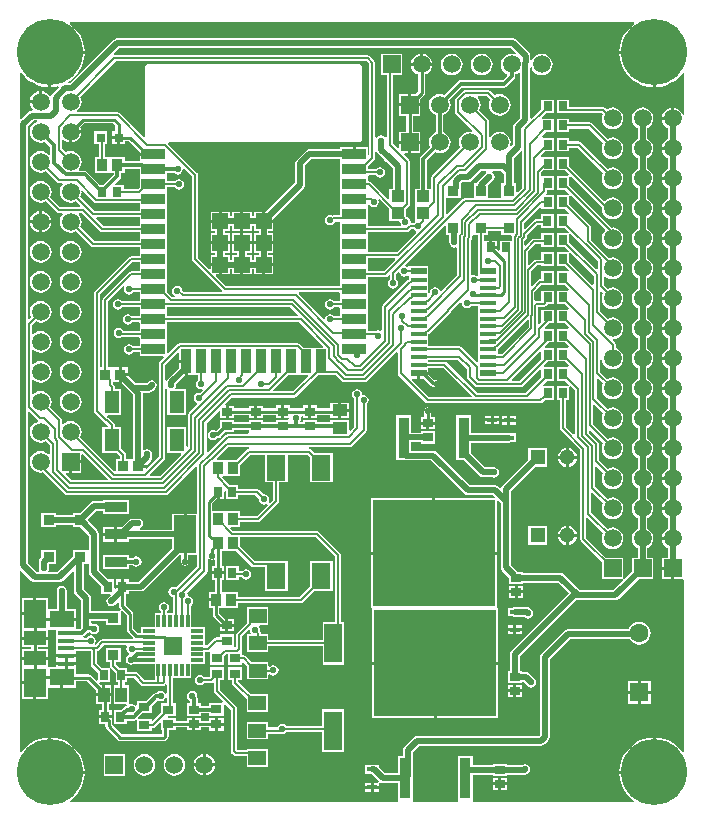
<source format=gtl>
G04*
G04 #@! TF.GenerationSoftware,Altium Limited,Altium Designer,20.1.12 (249)*
G04*
G04 Layer_Physical_Order=1*
G04 Layer_Color=255*
%FSLAX25Y25*%
%MOIN*%
G70*
G04*
G04 #@! TF.SameCoordinates,D1749837-0096-4F70-BC88-1939EB490A75*
G04*
G04*
G04 #@! TF.FilePolarity,Positive*
G04*
G01*
G75*
%ADD12C,0.00600*%
%ADD16R,0.03347X0.01772*%
%ADD17R,0.02953X0.03347*%
%ADD18R,0.07874X0.03543*%
%ADD19R,0.03543X0.07874*%
%ADD20R,0.05236X0.05236*%
%ADD21R,0.03150X0.03543*%
%ADD22R,0.03740X0.03543*%
%ADD23R,0.03543X0.02953*%
%ADD24R,0.05433X0.01772*%
%ADD25R,0.08268X0.05807*%
%ADD26R,0.07480X0.09350*%
%ADD27R,0.07480X0.04626*%
%ADD28R,0.03740X0.13780*%
%ADD29R,0.40748X0.35433*%
%ADD30R,0.03543X0.03937*%
%ADD31R,0.05118X0.07480*%
%ADD32R,0.06299X0.08583*%
%ADD33R,0.06299X0.08661*%
%ADD34R,0.03543X0.03150*%
%ADD35R,0.05118X0.03937*%
%ADD36R,0.05906X0.12992*%
%ADD37R,0.05906X0.04724*%
%ADD38R,0.02953X0.03543*%
%ADD39R,0.03347X0.02953*%
%ADD40R,0.02756X0.03543*%
%ADD41R,0.03543X0.02756*%
%ADD42R,0.04331X0.03937*%
%ADD43R,0.05315X0.01575*%
%ADD44R,0.05315X0.02362*%
%ADD45R,0.04147X0.01181*%
%ADD46R,0.01181X0.04147*%
%ADD47R,0.06000X0.06000*%
%ADD48R,0.07480X0.03543*%
%ADD49R,0.07480X0.12598*%
%ADD50R,0.03740X0.03740*%
%ADD51R,0.03150X0.03150*%
%ADD52R,0.03937X0.05118*%
%ADD99C,0.02000*%
%ADD100C,0.01000*%
%ADD101C,0.00800*%
%ADD102C,0.01200*%
%ADD103C,0.05118*%
%ADD104R,0.05118X0.05118*%
%ADD105C,0.05906*%
%ADD106R,0.05906X0.05906*%
%ADD107R,0.05906X0.05906*%
%ADD108C,0.06299*%
%ADD109R,0.06299X0.06299*%
%ADD110C,0.22000*%
%ADD111C,0.02200*%
G36*
X291876Y352817D02*
X291593Y352393D01*
X291427Y352461D01*
X290500Y352583D01*
X289573Y352461D01*
X288708Y352103D01*
X287966Y351534D01*
X287397Y350792D01*
X287039Y349927D01*
X286917Y349000D01*
X287039Y348073D01*
X287397Y347208D01*
X287966Y346466D01*
X288708Y345897D01*
X288886Y345823D01*
X289003Y345233D01*
X287493Y343724D01*
X273500D01*
X273032Y343630D01*
X272635Y343365D01*
X267996Y338726D01*
X267427Y338961D01*
X266500Y339083D01*
X265573Y338961D01*
X264708Y338603D01*
X263966Y338034D01*
X263397Y337292D01*
X263039Y336427D01*
X262917Y335500D01*
X263039Y334573D01*
X263397Y333708D01*
X263966Y332966D01*
X264708Y332397D01*
X265277Y332161D01*
Y326339D01*
X264708Y326103D01*
X263966Y325534D01*
X263397Y324792D01*
X263039Y323927D01*
X262917Y323000D01*
X263039Y322073D01*
X263274Y321504D01*
X260135Y318365D01*
X259870Y317968D01*
X259776Y317500D01*
Y307580D01*
X258235D01*
Y302443D01*
X258235Y302443D01*
Y302068D01*
X258235D01*
X258235Y301943D01*
Y298030D01*
X258215Y297932D01*
X258235Y297833D01*
Y296932D01*
X258235D01*
X258332Y296431D01*
X258024Y296226D01*
X257887Y296020D01*
X257101D01*
X256784Y296406D01*
X256791Y296442D01*
X256659Y297105D01*
X256284Y297668D01*
X255721Y298043D01*
X255564Y298075D01*
X255265Y298373D01*
Y300627D01*
X256386Y301748D01*
X256607Y302078D01*
X256685Y302468D01*
Y316515D01*
X256607Y316905D01*
X256386Y317236D01*
X254637Y318985D01*
X254828Y319447D01*
X256000D01*
Y322500D01*
X252947D01*
Y321328D01*
X252485Y321137D01*
X251020Y322603D01*
Y345447D01*
X254053D01*
Y352553D01*
X246947D01*
Y345447D01*
X248980D01*
Y324704D01*
X248880Y324621D01*
X248214Y324717D01*
X248145Y324820D01*
X247583Y325195D01*
X246920Y325327D01*
X246256Y325195D01*
X245694Y324820D01*
X245520Y324559D01*
X245020Y324710D01*
Y349500D01*
X244942Y349890D01*
X244721Y350221D01*
X243221Y351721D01*
X242890Y351942D01*
X242500Y352020D01*
X158034D01*
X157966Y352097D01*
X157796Y352489D01*
X159676Y354369D01*
X290324D01*
X291876Y352817D01*
D02*
G37*
G36*
X331149Y362971D02*
X331284Y362489D01*
X331161Y362414D01*
X329772Y361228D01*
X328586Y359839D01*
X327632Y358283D01*
X326934Y356596D01*
X326507Y354820D01*
X326403Y353500D01*
X338000D01*
Y353000D01*
X338500D01*
Y341404D01*
X339820Y341507D01*
X341596Y341934D01*
X343283Y342632D01*
X344839Y343586D01*
X346228Y344772D01*
X347414Y346161D01*
X347489Y346284D01*
X347971Y346149D01*
X347971Y332230D01*
X347471Y332130D01*
X347182Y332827D01*
X346613Y333569D01*
X345870Y334139D01*
X345006Y334497D01*
X344579Y334553D01*
Y331035D01*
X344079D01*
Y330535D01*
X340561D01*
X340617Y330108D01*
X340975Y329244D01*
X341545Y328502D01*
X342287Y327932D01*
X342447Y327866D01*
Y324205D01*
X342287Y324139D01*
X341545Y323569D01*
X340975Y322827D01*
X340617Y321963D01*
X340561Y321535D01*
X344079D01*
Y320535D01*
X340561D01*
X340617Y320108D01*
X340975Y319244D01*
X341545Y318502D01*
X342287Y317932D01*
X342447Y317866D01*
Y314205D01*
X342287Y314139D01*
X341545Y313569D01*
X340975Y312827D01*
X340617Y311963D01*
X340561Y311535D01*
X344079D01*
Y310535D01*
X340561D01*
X340617Y310108D01*
X340975Y309244D01*
X341545Y308502D01*
X342287Y307932D01*
X342447Y307866D01*
Y304205D01*
X342287Y304139D01*
X341545Y303569D01*
X340975Y302827D01*
X340617Y301963D01*
X340561Y301535D01*
X344079D01*
Y300535D01*
X340561D01*
X340617Y300108D01*
X340975Y299244D01*
X341545Y298502D01*
X342287Y297932D01*
X342447Y297866D01*
Y294205D01*
X342287Y294139D01*
X341545Y293569D01*
X340975Y292827D01*
X340617Y291963D01*
X340561Y291535D01*
X344079D01*
Y290535D01*
X340561D01*
X340617Y290108D01*
X340975Y289244D01*
X341545Y288502D01*
X342287Y287932D01*
X342447Y287866D01*
Y284205D01*
X342287Y284139D01*
X341545Y283569D01*
X340975Y282827D01*
X340617Y281963D01*
X340561Y281535D01*
X344079D01*
Y280535D01*
X340561D01*
X340617Y280108D01*
X340975Y279244D01*
X341545Y278502D01*
X342287Y277932D01*
X342447Y277866D01*
Y274205D01*
X342287Y274139D01*
X341545Y273569D01*
X340975Y272827D01*
X340617Y271963D01*
X340561Y271535D01*
X344079D01*
Y270535D01*
X340561D01*
X340617Y270108D01*
X340975Y269244D01*
X341545Y268502D01*
X342287Y267932D01*
X342447Y267866D01*
Y264205D01*
X342287Y264139D01*
X341545Y263569D01*
X340975Y262827D01*
X340617Y261963D01*
X340561Y261535D01*
X344079D01*
Y260535D01*
X340561D01*
X340617Y260108D01*
X340975Y259244D01*
X341545Y258502D01*
X342287Y257932D01*
X342447Y257866D01*
Y254205D01*
X342287Y254139D01*
X341545Y253569D01*
X340975Y252827D01*
X340617Y251963D01*
X340561Y251535D01*
X344079D01*
Y250535D01*
X340561D01*
X340617Y250108D01*
X340975Y249244D01*
X341545Y248502D01*
X342287Y247932D01*
X342447Y247866D01*
Y244205D01*
X342287Y244139D01*
X341545Y243569D01*
X340975Y242827D01*
X340617Y241963D01*
X340561Y241535D01*
X344079D01*
Y240535D01*
X340561D01*
X340617Y240108D01*
X340975Y239244D01*
X341545Y238502D01*
X342287Y237932D01*
X342447Y237866D01*
Y234205D01*
X342287Y234139D01*
X341545Y233569D01*
X340975Y232827D01*
X340617Y231963D01*
X340561Y231535D01*
X344079D01*
Y230535D01*
X340561D01*
X340617Y230108D01*
X340975Y229244D01*
X341545Y228502D01*
X342287Y227932D01*
X342447Y227866D01*
Y224205D01*
X342287Y224139D01*
X341545Y223569D01*
X340975Y222827D01*
X340617Y221963D01*
X340561Y221535D01*
X344079D01*
Y220535D01*
X340561D01*
X340617Y220108D01*
X340975Y219244D01*
X341545Y218502D01*
X342287Y217932D01*
X342447Y217866D01*
Y214205D01*
X342287Y214139D01*
X341545Y213569D01*
X340975Y212827D01*
X340617Y211963D01*
X340561Y211535D01*
X344079D01*
Y210535D01*
X340561D01*
X340617Y210108D01*
X340975Y209244D01*
X341545Y208502D01*
X342287Y207932D01*
X342447Y207866D01*
Y204205D01*
X342287Y204139D01*
X341545Y203569D01*
X340975Y202827D01*
X340617Y201963D01*
X340561Y201535D01*
X344079D01*
Y200535D01*
X340561D01*
X340617Y200108D01*
X340975Y199244D01*
X341545Y198502D01*
X342287Y197932D01*
X342447Y197866D01*
Y194205D01*
X342287Y194139D01*
X341545Y193569D01*
X340975Y192827D01*
X340617Y191963D01*
X340561Y191535D01*
X344079D01*
Y190535D01*
X340561D01*
X340617Y190108D01*
X340975Y189244D01*
X341545Y188502D01*
X342287Y187932D01*
X342447Y187866D01*
Y184588D01*
X340526D01*
Y181535D01*
X344079D01*
Y181035D01*
X344579D01*
Y177483D01*
X347471D01*
X347971Y177123D01*
X347971Y119852D01*
X347489Y119716D01*
X347414Y119839D01*
X346228Y121228D01*
X344839Y122414D01*
X343283Y123368D01*
X341596Y124066D01*
X339820Y124493D01*
X338500Y124597D01*
Y113000D01*
X338000D01*
Y112500D01*
X326403D01*
X326507Y111180D01*
X326934Y109404D01*
X327632Y107717D01*
X328586Y106161D01*
X329772Y104772D01*
X331161Y103586D01*
X331284Y103511D01*
X331149Y103029D01*
X277516Y103029D01*
X277470Y103510D01*
X277470Y103529D01*
Y112231D01*
X284128D01*
Y111786D01*
X288872D01*
Y112231D01*
X294808D01*
X294994Y112268D01*
X295000Y112267D01*
X295663Y112399D01*
X296226Y112774D01*
X296601Y113337D01*
X296733Y114000D01*
X296601Y114663D01*
X296226Y115226D01*
X295663Y115601D01*
X295000Y115733D01*
X294337Y115601D01*
X294175Y115494D01*
X288872D01*
Y115939D01*
X284128D01*
Y115494D01*
X277470D01*
Y118490D01*
X272530D01*
Y103529D01*
X272484Y103029D01*
X257516D01*
X257470Y103510D01*
X257470Y103529D01*
Y111713D01*
X257501Y111870D01*
Y119694D01*
X259676Y121869D01*
X300328D01*
X300953Y121993D01*
X301482Y122346D01*
X302654Y123518D01*
X303007Y124047D01*
X303131Y124672D01*
Y150667D01*
X309833Y157369D01*
X329788D01*
X330326Y156668D01*
X331109Y156067D01*
X332021Y155689D01*
X333000Y155561D01*
X333979Y155689D01*
X334891Y156067D01*
X335674Y156668D01*
X336275Y157451D01*
X336653Y158364D01*
X336782Y159343D01*
X336653Y160321D01*
X336275Y161233D01*
X335674Y162017D01*
X334891Y162618D01*
X333979Y162996D01*
X333000Y163125D01*
X332021Y162996D01*
X331109Y162618D01*
X330326Y162017D01*
X329725Y161233D01*
X329475Y160631D01*
X309157D01*
X308533Y160507D01*
X308004Y160153D01*
X300346Y152496D01*
X299993Y151967D01*
X299869Y151342D01*
Y125347D01*
X299653Y125131D01*
X259000D01*
X259000Y125131D01*
X258376Y125007D01*
X257846Y124653D01*
X254716Y121524D01*
X254363Y120994D01*
X254239Y120370D01*
Y118490D01*
X252530D01*
Y112631D01*
X248187D01*
X246273Y114546D01*
Y115439D01*
X245215D01*
X245183Y115460D01*
X244559Y115584D01*
X244000D01*
X243376Y115460D01*
X243344Y115439D01*
X241727D01*
Y112467D01*
X243344D01*
X243376Y112446D01*
X243854Y112350D01*
X246172Y110033D01*
X245965Y109533D01*
X245869Y109533D01*
X244500D01*
Y108547D01*
X246273D01*
Y109161D01*
Y109188D01*
D01*
X246273Y109302D01*
X246454Y109408D01*
X246753Y109583D01*
X246887Y109493D01*
X247512Y109369D01*
X252530D01*
Y103529D01*
X252484Y103029D01*
X143351Y103029D01*
X143216Y103511D01*
X143339Y103586D01*
X144728Y104772D01*
X145914Y106161D01*
X146868Y107717D01*
X147566Y109404D01*
X147993Y111180D01*
X148097Y112500D01*
X136500D01*
Y113000D01*
X136000D01*
Y124597D01*
X134680Y124493D01*
X132904Y124066D01*
X131217Y123368D01*
X129661Y122414D01*
X128272Y121228D01*
X127086Y119839D01*
X127011Y119716D01*
X126529Y119851D01*
Y180010D01*
X126991Y180202D01*
X130347Y176847D01*
X130876Y176493D01*
X131500Y176369D01*
X139724D01*
X140349Y176493D01*
X140878Y176847D01*
X144131Y180100D01*
X144593Y179908D01*
Y173426D01*
X144717Y172801D01*
X145071Y172272D01*
X146999Y170344D01*
Y165106D01*
Y161107D01*
X146576Y160684D01*
X145226D01*
Y163537D01*
X140492D01*
Y164537D01*
X145226D01*
Y167541D01*
X142131D01*
Y173500D01*
X142007Y174124D01*
X141654Y174653D01*
X141124Y175007D01*
X140500Y175131D01*
X139876Y175007D01*
X139347Y174653D01*
X138993Y174124D01*
X138869Y173500D01*
Y167541D01*
X135777D01*
Y171084D01*
X131937D01*
Y165809D01*
X131437D01*
Y165309D01*
X127097D01*
Y160534D01*
Y158140D01*
X131437D01*
X135777D01*
Y160534D01*
X138593D01*
Y157975D01*
Y155416D01*
Y152857D01*
Y152284D01*
X141909D01*
X145226D01*
Y153323D01*
X150110D01*
Y149110D01*
X150188Y148720D01*
X150409Y148389D01*
X152526Y146272D01*
Y143650D01*
X152064Y143459D01*
X150230Y145293D01*
X149866Y145536D01*
X149437Y145622D01*
X149437Y145622D01*
X145226D01*
Y148151D01*
X145226D01*
Y148724D01*
X141909D01*
X138593D01*
Y148151D01*
X135777D01*
Y150545D01*
X131437D01*
X127097D01*
Y148132D01*
Y143376D01*
X131437D01*
Y142876D01*
X131937D01*
Y137601D01*
X135777D01*
Y141144D01*
X139992D01*
Y144648D01*
X140992D01*
Y141144D01*
X145226D01*
Y143378D01*
X148972D01*
X151935Y140416D01*
Y139342D01*
X154004D01*
Y142002D01*
X153522D01*
X153014Y142509D01*
X153206Y142971D01*
X156482D01*
Y147534D01*
X156699Y147666D01*
X156976Y147727D01*
X158431Y146272D01*
Y142971D01*
X159390D01*
Y142002D01*
X157841D01*
Y135684D01*
X162065D01*
X162361Y135184D01*
X162356Y135175D01*
X162250Y135109D01*
X162149D01*
X161681Y135016D01*
X161284Y134750D01*
X160405Y133872D01*
X157786D01*
Y129128D01*
X162135D01*
Y130277D01*
X164453D01*
X164921Y130370D01*
X165176Y130540D01*
X165583Y130376D01*
X165676Y130285D01*
Y126817D01*
X170419D01*
Y127776D01*
X170961D01*
X171351Y127853D01*
X171682Y128074D01*
X173214Y129606D01*
X173676Y129415D01*
Y127081D01*
X173878D01*
Y125622D01*
X160465D01*
X157236Y128850D01*
Y130425D01*
X157236Y130425D01*
X157214Y130534D01*
Y131000D01*
X155039D01*
X152865D01*
Y129128D01*
X154993D01*
Y128386D01*
X154993Y128386D01*
X155078Y127957D01*
X155321Y127593D01*
X159207Y123707D01*
X159571Y123464D01*
X160000Y123378D01*
X160000Y123378D01*
X174414D01*
X174414Y123378D01*
X174843Y123464D01*
X175207Y123707D01*
X175793Y124293D01*
X175793Y124293D01*
X176036Y124657D01*
X176122Y125086D01*
Y127081D01*
X178419D01*
Y128036D01*
X182176D01*
Y127081D01*
X184047D01*
Y129157D01*
Y131234D01*
X182176D01*
Y130279D01*
X178419D01*
Y131234D01*
X176018D01*
X175751Y131734D01*
X175799Y131806D01*
X178419D01*
Y135958D01*
X177569D01*
Y144513D01*
X183646D01*
Y149152D01*
X188284D01*
Y153260D01*
X189330D01*
X189629Y153320D01*
X189927Y153074D01*
X190030Y152943D01*
Y148927D01*
X194576D01*
Y151638D01*
X195418Y152480D01*
X196030D01*
Y148928D01*
X200576D01*
Y149455D01*
X201076Y149662D01*
X202250Y148488D01*
Y143983D01*
X209356D01*
Y145525D01*
X209625Y145661D01*
X209856Y145719D01*
X210368Y145376D01*
X211031Y145244D01*
X211695Y145376D01*
X212257Y145752D01*
X212633Y146314D01*
X212765Y146978D01*
X212633Y147641D01*
X212257Y148203D01*
X211695Y148579D01*
X211031Y148711D01*
X210368Y148579D01*
X209856Y148237D01*
X209625Y148294D01*
X209356Y148430D01*
Y149907D01*
X203715D01*
X201897Y151725D01*
X201567Y151946D01*
X201176Y152023D01*
X200576D01*
Y153080D01*
X200576D01*
X200422Y153580D01*
X200442Y153610D01*
X200520Y154000D01*
Y158330D01*
X202778Y160588D01*
X202976Y160553D01*
X203288Y160391D01*
X203399Y159837D01*
X203649Y159462D01*
X203410Y158962D01*
X202250D01*
Y153038D01*
X209356D01*
Y154980D01*
X227447D01*
Y148904D01*
X234553D01*
Y163096D01*
X233520D01*
Y185500D01*
X233442Y185890D01*
X233221Y186221D01*
X226252Y193190D01*
X225922Y193411D01*
X225532Y193488D01*
X197698D01*
X196716Y194470D01*
X196908Y194931D01*
X199931D01*
Y196480D01*
X206000D01*
X206390Y196558D01*
X206721Y196779D01*
X212721Y202779D01*
X212942Y203110D01*
X213020Y203500D01*
Y209660D01*
X215750D01*
Y218902D01*
X222428D01*
X223250Y218079D01*
Y209660D01*
X230750D01*
Y219521D01*
X224692D01*
X223571Y220642D01*
X223241Y220863D01*
X222990Y220913D01*
X223040Y221413D01*
X236500D01*
X236890Y221491D01*
X237221Y221712D01*
X241821Y226312D01*
X242042Y226642D01*
X242120Y227033D01*
Y235637D01*
X242326Y235774D01*
X242701Y236337D01*
X242833Y237000D01*
X242701Y237663D01*
X242326Y238226D01*
X241763Y238601D01*
X241187Y238716D01*
X241018Y238822D01*
X240701Y239164D01*
X240601Y239663D01*
X240226Y240226D01*
X239663Y240601D01*
X239000Y240733D01*
X238337Y240601D01*
X237774Y240226D01*
X237399Y239663D01*
X237267Y239000D01*
X237399Y238337D01*
X237774Y237774D01*
X237980Y237637D01*
Y228106D01*
X236794Y226920D01*
X236332Y227112D01*
Y230368D01*
X230014D01*
Y229672D01*
X225545D01*
Y230466D01*
X220802D01*
Y229672D01*
X220277D01*
X220009Y230172D01*
X220101Y230310D01*
X220233Y230973D01*
X220139Y231449D01*
X220466Y231862D01*
X220802Y231780D01*
Y231038D01*
X222673D01*
Y233213D01*
Y235387D01*
X220802D01*
Y234295D01*
X216545D01*
Y235387D01*
X214673D01*
Y233213D01*
Y231038D01*
X216239D01*
X216298Y230966D01*
X216297Y230956D01*
X215909Y230466D01*
X211802D01*
Y229672D01*
X207545D01*
Y230466D01*
X202802D01*
Y229672D01*
X198045D01*
Y230525D01*
X193302D01*
Y228103D01*
X192114Y226915D01*
X191943D01*
X191663Y227101D01*
X191000Y227233D01*
X190337Y227101D01*
X189774Y226726D01*
X189399Y226163D01*
X189267Y225500D01*
X189399Y224837D01*
X189774Y224274D01*
X190337Y223899D01*
X191000Y223767D01*
X191663Y223899D01*
X192226Y224274D01*
X192355Y224468D01*
X192621D01*
X193089Y224561D01*
X193486Y224826D01*
X195032Y226372D01*
X198045D01*
Y227225D01*
X202802D01*
Y226313D01*
X202802D01*
X202712Y225850D01*
X195831D01*
X195440Y225773D01*
X195110Y225552D01*
X189358Y219800D01*
X189247Y219726D01*
X188747Y219974D01*
Y229468D01*
X192840Y233560D01*
X193302Y233369D01*
Y231097D01*
X195173D01*
Y233173D01*
Y235272D01*
X194991Y235712D01*
X197218Y237939D01*
X218025D01*
X218415Y238016D01*
X218746Y238237D01*
X226035Y245526D01*
X228238D01*
X228336Y245506D01*
X231918D01*
X233946Y243479D01*
X234276Y243258D01*
X234667Y243180D01*
X241610D01*
X242000Y243258D01*
X242331Y243479D01*
X251974Y253122D01*
X252436Y252931D01*
Y246045D01*
X252513Y245655D01*
X252734Y245324D01*
X261779Y236279D01*
X262110Y236058D01*
X262500Y235980D01*
X299941D01*
X300331Y236058D01*
X300662Y236279D01*
X301610Y237227D01*
X304517D01*
Y241773D01*
X301060D01*
X300853Y242273D01*
X302173Y243593D01*
X304517D01*
Y248140D01*
X301373D01*
X301182Y248602D01*
X302540Y249960D01*
X304517D01*
Y254507D01*
X301740D01*
X301548Y254969D01*
X302906Y256327D01*
X304517D01*
Y260873D01*
X301606D01*
X301415Y261335D01*
X302773Y262693D01*
X304517D01*
Y267240D01*
X300365D01*
Y263169D01*
X299681Y262486D01*
X299220Y262677D01*
Y264457D01*
X299242Y264490D01*
X299320Y264880D01*
Y268207D01*
X301365D01*
X301755Y268285D01*
X302085Y268506D01*
X302624Y269044D01*
X302635Y269060D01*
X304517D01*
Y273606D01*
X300365D01*
Y270246D01*
X298769D01*
X298518Y270196D01*
X298125Y270421D01*
X298018Y270529D01*
Y273220D01*
X299975Y275178D01*
X300365Y275427D01*
Y275427D01*
X300365Y275427D01*
X304517D01*
Y279973D01*
X300365D01*
Y277418D01*
X300000D01*
X299649Y277348D01*
X299351Y277149D01*
X297380Y275177D01*
X296918Y275369D01*
Y280120D01*
X298880Y282082D01*
X300365D01*
Y281793D01*
X304517D01*
Y286340D01*
X300365D01*
Y283918D01*
X298500D01*
X298149Y283848D01*
X297851Y283649D01*
X296280Y282077D01*
X295818Y282269D01*
Y286520D01*
X298380Y289082D01*
X300365D01*
Y288160D01*
X304517D01*
Y292706D01*
X300365D01*
Y290918D01*
X298000D01*
X297649Y290848D01*
X297351Y290649D01*
X295180Y288477D01*
X294718Y288669D01*
Y290280D01*
X295249Y290811D01*
X295448Y291109D01*
X295518Y291460D01*
Y292220D01*
X298880Y295582D01*
X300306D01*
Y294527D01*
X304458D01*
Y299073D01*
X300306D01*
Y297418D01*
X298500D01*
X298149Y297348D01*
X297851Y297149D01*
X294880Y294177D01*
X294418Y294369D01*
Y295923D01*
X299903Y301408D01*
X300365Y301217D01*
Y300893D01*
X304517D01*
Y305440D01*
X302240D01*
X302048Y305902D01*
X302085Y305939D01*
X302307Y306270D01*
X302384Y306660D01*
Y307260D01*
X304517D01*
Y311807D01*
X300365D01*
X300118Y312204D01*
Y312682D01*
X301062Y313627D01*
X304517D01*
Y318173D01*
X300460D01*
X300174Y318594D01*
X301573Y319993D01*
X304517D01*
Y324540D01*
X300768D01*
X300560Y325040D01*
X301881Y326360D01*
X304458D01*
Y330907D01*
X300693D01*
X300486Y331406D01*
X301806Y332727D01*
X304517D01*
Y337273D01*
X300365D01*
Y334169D01*
X297084Y330888D01*
X296584Y331095D01*
Y347863D01*
X297084Y347963D01*
X297397Y347208D01*
X297966Y346466D01*
X298708Y345897D01*
X299573Y345539D01*
X300500Y345417D01*
X301427Y345539D01*
X302292Y345897D01*
X303034Y346466D01*
X303603Y347208D01*
X303961Y348073D01*
X304083Y349000D01*
X303961Y349927D01*
X303603Y350792D01*
X303034Y351534D01*
X302292Y352103D01*
X301427Y352461D01*
X300500Y352583D01*
X299573Y352461D01*
X298708Y352103D01*
X297966Y351534D01*
X297397Y350792D01*
X297231Y350393D01*
X296731Y350492D01*
Y351900D01*
X296731Y351900D01*
X296607Y352524D01*
X296253Y353053D01*
X292154Y357154D01*
X291624Y357507D01*
X291000Y357631D01*
X159000D01*
X158376Y357507D01*
X157846Y357154D01*
X143377Y342684D01*
X142788D01*
X142652Y343165D01*
X143339Y343586D01*
X144728Y344772D01*
X145914Y346161D01*
X146868Y347717D01*
X147566Y349404D01*
X147993Y351180D01*
X148097Y352500D01*
X137000D01*
Y341404D01*
X138320Y341507D01*
X139287Y341739D01*
X139541Y341286D01*
X137346Y339092D01*
X136993Y338563D01*
X136465Y338472D01*
X136034Y339034D01*
X135292Y339603D01*
X134427Y339961D01*
X134000Y340018D01*
Y336500D01*
X133500D01*
Y336000D01*
X129982D01*
X130039Y335573D01*
X130397Y334708D01*
X130880Y334079D01*
X130714Y333579D01*
X130447D01*
X130447Y333579D01*
X129823Y333454D01*
X129294Y333101D01*
X126991Y330798D01*
X126529Y330990D01*
Y346149D01*
X127011Y346284D01*
X127086Y346161D01*
X128272Y344772D01*
X129661Y343586D01*
X131217Y342632D01*
X132904Y341934D01*
X134680Y341507D01*
X136000Y341404D01*
Y353000D01*
X136500D01*
Y353500D01*
X148097D01*
X147993Y354820D01*
X147566Y356596D01*
X146868Y358283D01*
X145914Y359839D01*
X144728Y361228D01*
X143339Y362414D01*
X143216Y362489D01*
X143351Y362971D01*
X331149Y362971D01*
D02*
G37*
G36*
X293321Y346057D02*
Y331129D01*
X291347Y329153D01*
X290993Y328624D01*
X290869Y328000D01*
Y322176D01*
X290317Y321624D01*
X289893Y321907D01*
X289961Y322073D01*
X290083Y323000D01*
X289961Y323927D01*
X289603Y324792D01*
X289034Y325534D01*
X288292Y326103D01*
X287427Y326461D01*
X286500Y326583D01*
X285573Y326461D01*
X284708Y326103D01*
X283966Y325534D01*
X283397Y324792D01*
X283372Y324733D01*
X282872Y324832D01*
Y330147D01*
X282795Y330537D01*
X282574Y330868D01*
X279642Y333800D01*
X279961Y334573D01*
X280083Y335500D01*
X279961Y336427D01*
X279603Y337292D01*
X279111Y337933D01*
X279266Y338433D01*
X282125D01*
X283359Y337200D01*
X283039Y336427D01*
X282917Y335500D01*
X283039Y334573D01*
X283397Y333708D01*
X283966Y332966D01*
X284708Y332397D01*
X285573Y332039D01*
X286500Y331917D01*
X287427Y332039D01*
X288292Y332397D01*
X289034Y332966D01*
X289603Y333708D01*
X289961Y334573D01*
X290083Y335500D01*
X289961Y336427D01*
X289603Y337292D01*
X289034Y338034D01*
X288292Y338603D01*
X287427Y338961D01*
X286500Y339083D01*
X285573Y338961D01*
X284800Y338642D01*
X283268Y340174D01*
X282937Y340395D01*
X282547Y340472D01*
X274863D01*
X274472Y340395D01*
X274142Y340174D01*
X271826Y337858D01*
X271605Y337527D01*
X271528Y337137D01*
Y333203D01*
X271605Y332813D01*
X271826Y332482D01*
X277330Y326978D01*
X277096Y326505D01*
X276500Y326583D01*
X275573Y326461D01*
X274708Y326103D01*
X273966Y325534D01*
X273397Y324792D01*
X273039Y323927D01*
X272917Y323000D01*
X273039Y322073D01*
X273358Y321300D01*
X263935Y311877D01*
X263715Y311547D01*
X263637Y311157D01*
Y307580D01*
X262224D01*
Y316993D01*
X265004Y319774D01*
X265573Y319539D01*
X266500Y319417D01*
X267427Y319539D01*
X268292Y319897D01*
X269034Y320466D01*
X269603Y321208D01*
X269961Y322073D01*
X270083Y323000D01*
X269961Y323927D01*
X269603Y324792D01*
X269034Y325534D01*
X268292Y326103D01*
X267723Y326339D01*
Y332161D01*
X268292Y332397D01*
X269034Y332966D01*
X269603Y333708D01*
X269961Y334573D01*
X270083Y335500D01*
X269961Y336427D01*
X269726Y336996D01*
X274007Y341277D01*
X288000D01*
X288468Y341370D01*
X288865Y341635D01*
X291365Y344135D01*
X291630Y344532D01*
X291723Y345000D01*
Y345661D01*
X292292Y345897D01*
X292821Y346303D01*
X293321Y346057D01*
D02*
G37*
G36*
X132221Y329816D02*
X131708Y329603D01*
X130966Y329034D01*
X130397Y328292D01*
X130039Y327427D01*
X129917Y326500D01*
X130039Y325573D01*
X130397Y324708D01*
X130966Y323966D01*
X131708Y323397D01*
X132573Y323039D01*
X133500Y322917D01*
X134427Y323039D01*
X134996Y323274D01*
X136724Y321546D01*
Y318956D01*
X136224Y318786D01*
X136034Y319034D01*
X135292Y319603D01*
X134427Y319961D01*
X133500Y320083D01*
X132573Y319961D01*
X131708Y319603D01*
X130966Y319034D01*
X130397Y318292D01*
X130039Y317427D01*
X129917Y316500D01*
X130039Y315573D01*
X130397Y314708D01*
X130966Y313966D01*
X131708Y313397D01*
X132573Y313039D01*
X133500Y312917D01*
X134427Y313039D01*
X135200Y313358D01*
X138826Y309732D01*
X139157Y309511D01*
X139547Y309433D01*
X140734D01*
X140889Y308933D01*
X140397Y308292D01*
X140039Y307427D01*
X139917Y306500D01*
X140039Y305573D01*
X140397Y304708D01*
X140966Y303966D01*
X141708Y303397D01*
X142573Y303039D01*
X143500Y302917D01*
X144427Y303039D01*
X145200Y303359D01*
X146624Y301934D01*
X146432Y301472D01*
X139970D01*
X136642Y304800D01*
X136961Y305573D01*
X137083Y306500D01*
X136961Y307427D01*
X136603Y308292D01*
X136034Y309034D01*
X135292Y309603D01*
X134427Y309961D01*
X133500Y310083D01*
X132573Y309961D01*
X131708Y309603D01*
X130966Y309034D01*
X130397Y308292D01*
X130039Y307427D01*
X129917Y306500D01*
X130039Y305573D01*
X130397Y304708D01*
X130966Y303966D01*
X131708Y303397D01*
X132573Y303039D01*
X133500Y302917D01*
X134427Y303039D01*
X135200Y303359D01*
X138826Y299732D01*
X139157Y299511D01*
X139547Y299433D01*
X140734D01*
X140889Y298933D01*
X140397Y298292D01*
X140039Y297427D01*
X139917Y296500D01*
X140039Y295573D01*
X140397Y294708D01*
X140966Y293966D01*
X141708Y293397D01*
X142573Y293039D01*
X143500Y292917D01*
X144427Y293039D01*
X145200Y293358D01*
X150279Y288279D01*
X150610Y288058D01*
X151000Y287980D01*
X166463D01*
Y286628D01*
X166463D01*
Y286372D01*
X166463D01*
Y285020D01*
X163500D01*
X163110Y284942D01*
X162779Y284721D01*
X151448Y273390D01*
X151227Y273060D01*
X151150Y272669D01*
Y233590D01*
X151227Y233200D01*
X151448Y232869D01*
X154645Y229672D01*
X154811Y229561D01*
X155831Y228541D01*
X155624Y228041D01*
X154014D01*
Y219361D01*
X158890D01*
X160020Y218231D01*
Y217470D01*
X158569D01*
Y213580D01*
X158069Y213373D01*
X146642Y224800D01*
X146961Y225573D01*
X147083Y226500D01*
X146961Y227427D01*
X146603Y228292D01*
X146034Y229034D01*
X145292Y229603D01*
X144427Y229961D01*
X143500Y230083D01*
X142573Y229961D01*
X141708Y229603D01*
X141067Y229111D01*
X140567Y229266D01*
Y230453D01*
X140489Y230843D01*
X140268Y231174D01*
X136642Y234800D01*
X136961Y235573D01*
X137083Y236500D01*
X136961Y237427D01*
X136603Y238292D01*
X136034Y239034D01*
X135292Y239603D01*
X134427Y239961D01*
X133500Y240083D01*
X132573Y239961D01*
X131708Y239603D01*
X131067Y239111D01*
X130567Y239266D01*
Y243734D01*
X131067Y243889D01*
X131708Y243397D01*
X132573Y243039D01*
X133500Y242917D01*
X134427Y243039D01*
X135292Y243397D01*
X136034Y243966D01*
X136603Y244708D01*
X136961Y245573D01*
X137083Y246500D01*
X136961Y247427D01*
X136603Y248292D01*
X136034Y249034D01*
X135292Y249603D01*
X134427Y249961D01*
X133500Y250083D01*
X132573Y249961D01*
X131708Y249603D01*
X131067Y249111D01*
X130567Y249266D01*
Y253734D01*
X131067Y253889D01*
X131708Y253397D01*
X132573Y253039D01*
X133500Y252917D01*
X134427Y253039D01*
X135292Y253397D01*
X136034Y253966D01*
X136603Y254708D01*
X136961Y255573D01*
X137083Y256500D01*
X136961Y257427D01*
X136603Y258292D01*
X136034Y259034D01*
X135292Y259603D01*
X134427Y259961D01*
X133500Y260083D01*
X132573Y259961D01*
X131708Y259603D01*
X131067Y259111D01*
X130567Y259266D01*
Y262125D01*
X131800Y263358D01*
X132573Y263039D01*
X133500Y262917D01*
X134427Y263039D01*
X135292Y263397D01*
X136034Y263966D01*
X136603Y264708D01*
X136961Y265573D01*
X137083Y266500D01*
X136961Y267427D01*
X136603Y268292D01*
X136034Y269034D01*
X135292Y269603D01*
X134427Y269961D01*
X133500Y270083D01*
X132573Y269961D01*
X131708Y269603D01*
X130966Y269034D01*
X130397Y268292D01*
X130039Y267427D01*
X129917Y266500D01*
X130039Y265573D01*
X130359Y264800D01*
X129640Y264083D01*
X129179Y264274D01*
Y328372D01*
X131123Y330316D01*
X132122D01*
X132221Y329816D01*
D02*
G37*
G36*
X242980Y349078D02*
Y318795D01*
X242966Y318786D01*
X242466Y319053D01*
Y321372D01*
X238429D01*
Y319000D01*
X237429D01*
Y321372D01*
X233392D01*
Y320631D01*
X223000D01*
X222376Y320507D01*
X221847Y320153D01*
X218847Y317154D01*
X218493Y316624D01*
X218369Y316000D01*
Y309621D01*
X208663Y299915D01*
X208252D01*
Y297197D01*
X210970D01*
Y297608D01*
X221153Y307791D01*
X221507Y308321D01*
X221631Y308945D01*
Y315324D01*
X223676Y317369D01*
X233392D01*
Y316628D01*
X233392Y316628D01*
Y316372D01*
X233392D01*
X233392Y316128D01*
Y311628D01*
X233392D01*
Y311372D01*
X233392D01*
Y306872D01*
X233392Y306500D01*
X233392Y306128D01*
Y301872D01*
X233392Y301500D01*
X233392Y301128D01*
Y298648D01*
X230957D01*
X230687Y298594D01*
X230638Y298626D01*
X229975Y298758D01*
X229311Y298626D01*
X228749Y298251D01*
X228374Y297688D01*
X228242Y297025D01*
X228374Y296362D01*
X228749Y295799D01*
X229311Y295424D01*
X229975Y295292D01*
X230638Y295424D01*
X231201Y295799D01*
X231576Y296362D01*
X231625Y296609D01*
X232990D01*
X233392Y296372D01*
X233392Y296109D01*
Y291872D01*
X233392Y291500D01*
X233392Y291128D01*
Y286872D01*
X233392Y286500D01*
X233392Y286128D01*
Y281628D01*
X233392D01*
Y281372D01*
X233392D01*
Y276628D01*
X233392D01*
Y276372D01*
X233392D01*
Y275020D01*
X195323D01*
X191775Y278568D01*
X191966Y279030D01*
X192803D01*
Y281748D01*
X190085D01*
Y280911D01*
X189623Y280720D01*
X185918Y284425D01*
Y312224D01*
X185840Y312615D01*
X185619Y312945D01*
X176029Y322536D01*
X176236Y323036D01*
X239898D01*
X240357Y323226D01*
X240547Y323685D01*
Y348488D01*
X240357Y348947D01*
X239898Y349138D01*
X169032D01*
X168572Y348947D01*
X168382Y348488D01*
Y325015D01*
X167920Y324824D01*
X160023Y332721D01*
X159693Y332942D01*
X159302Y333020D01*
X145622D01*
X145452Y333520D01*
X146034Y333966D01*
X146603Y334708D01*
X146961Y335573D01*
X147083Y336500D01*
X146961Y337427D01*
X146642Y338200D01*
X158422Y349980D01*
X242078D01*
X242980Y349078D01*
D02*
G37*
G36*
X158331Y328583D02*
Y326675D01*
X157278D01*
Y325000D01*
X159453D01*
Y324500D01*
X159953D01*
Y322325D01*
X161628D01*
Y323378D01*
X162870D01*
X166463Y319786D01*
Y319500D01*
X171000D01*
Y318500D01*
X166463D01*
Y316723D01*
X161431D01*
Y318069D01*
X156813D01*
X156687Y318069D01*
X156313D01*
X156187Y318069D01*
X154961D01*
Y322325D01*
X155722D01*
Y326675D01*
X151372D01*
Y322325D01*
X152921D01*
Y318069D01*
X151569D01*
Y312931D01*
X156187D01*
X156313Y312931D01*
X156687D01*
X156813Y312931D01*
X157835D01*
Y312238D01*
X156283Y310686D01*
X156031Y310518D01*
X154287Y308773D01*
X153398D01*
X148959Y313212D01*
X148562Y313478D01*
X148094Y313571D01*
X146273D01*
X146114Y314071D01*
X146603Y314708D01*
X146961Y315573D01*
X147083Y316500D01*
X146961Y317427D01*
X146603Y318292D01*
X146034Y319034D01*
X145292Y319603D01*
X144427Y319961D01*
X143500Y320083D01*
X142573Y319961D01*
X141800Y319641D01*
X140567Y320875D01*
Y323734D01*
X141067Y323889D01*
X141708Y323397D01*
X142573Y323039D01*
X143000Y322982D01*
Y326500D01*
X143500D01*
Y327000D01*
X147018D01*
X146961Y327427D01*
X146684Y328098D01*
X147965Y329379D01*
X157535D01*
X158331Y328583D01*
D02*
G37*
G36*
X183879Y311802D02*
Y284002D01*
X183956Y283612D01*
X184177Y283281D01*
X193939Y273520D01*
X193732Y273020D01*
X181175D01*
X180727Y273468D01*
X180733Y273500D01*
X180601Y274163D01*
X180226Y274726D01*
X179663Y275101D01*
X179000Y275233D01*
X178337Y275101D01*
X177774Y274726D01*
X177399Y274163D01*
X177267Y273500D01*
X177399Y272837D01*
X177774Y272274D01*
X178305Y271920D01*
X178311Y271883D01*
X178038Y271420D01*
X177188D01*
X175537Y273070D01*
Y276372D01*
X175537D01*
Y276628D01*
X175537D01*
Y281372D01*
X175537D01*
Y281628D01*
X175537D01*
Y286372D01*
X175537D01*
Y286628D01*
X175537D01*
Y291372D01*
X175537D01*
Y291628D01*
X175537D01*
Y296372D01*
X175537D01*
Y296628D01*
X175537D01*
Y301372D01*
X175537D01*
Y301628D01*
X175537D01*
Y306372D01*
X175537Y306372D01*
Y306628D01*
X175537D01*
X175537Y306872D01*
Y307980D01*
X178137D01*
X178274Y307774D01*
X178837Y307399D01*
X179500Y307267D01*
X180163Y307399D01*
X180726Y307774D01*
X181101Y308337D01*
X181233Y309000D01*
X181101Y309663D01*
X180726Y310226D01*
X180163Y310601D01*
X179500Y310733D01*
X178837Y310601D01*
X178274Y310226D01*
X178137Y310020D01*
X175537D01*
Y311372D01*
X175537D01*
Y311628D01*
X175537D01*
Y312776D01*
X177850D01*
X177864Y312755D01*
X178426Y312379D01*
X179090Y312247D01*
X179753Y312379D01*
X180315Y312755D01*
X180691Y313317D01*
X180823Y313981D01*
X180781Y314193D01*
X181241Y314440D01*
X183879Y311802D01*
D02*
G37*
G36*
X245766Y319427D02*
X247984Y317209D01*
X248274Y316774D01*
X248709Y316484D01*
X250869Y314324D01*
Y307580D01*
X249735D01*
Y304324D01*
X249273Y304133D01*
X243685Y309721D01*
X243354Y309942D01*
X242964Y310020D01*
X242466D01*
Y311372D01*
X242466D01*
Y311480D01*
X242820Y311980D01*
X245137D01*
X245274Y311774D01*
X245837Y311399D01*
X246500Y311267D01*
X247163Y311399D01*
X247726Y311774D01*
X248101Y312337D01*
X248233Y313000D01*
X248101Y313663D01*
X247726Y314226D01*
X247163Y314601D01*
X246500Y314733D01*
X245837Y314601D01*
X245274Y314226D01*
X245137Y314020D01*
X242466D01*
Y314930D01*
X244721Y317184D01*
X244942Y317515D01*
X245020Y317905D01*
Y319644D01*
X245520Y319796D01*
X245766Y319427D01*
D02*
G37*
G36*
X166463Y311628D02*
X166463D01*
Y311372D01*
X166463D01*
Y308070D01*
X165912Y307520D01*
X161135D01*
Y308773D01*
X158538D01*
X158331Y309273D01*
X159924Y310866D01*
X160189Y311263D01*
X160283Y311732D01*
Y312931D01*
X161431D01*
Y314277D01*
X166463D01*
Y311628D01*
D02*
G37*
G36*
X293980Y319966D02*
Y307937D01*
X292432Y306389D01*
X291970Y306580D01*
Y309301D01*
X291131D01*
Y313245D01*
Y317824D01*
X293480Y320173D01*
X293980Y319966D01*
D02*
G37*
G36*
X287869Y312570D02*
Y309301D01*
X287030D01*
Y304557D01*
X286593Y304405D01*
X283157D01*
X282720Y304557D01*
X282720Y304905D01*
Y308913D01*
X283813Y310006D01*
X284247Y310297D01*
X284623Y310859D01*
X284755Y311522D01*
X284623Y312185D01*
X284247Y312748D01*
X284066Y312869D01*
X284218Y313369D01*
X287070D01*
X287869Y312570D01*
D02*
G37*
G36*
X249735Y300787D02*
Y296932D01*
X253028D01*
X253345Y296545D01*
X253325Y296442D01*
X253457Y295779D01*
X253630Y295520D01*
X253362Y295020D01*
X242820D01*
X242466Y295373D01*
X242466Y296500D01*
X242466Y296872D01*
Y301128D01*
X242466Y301500D01*
X242466Y302182D01*
X242966Y302334D01*
X243228Y301942D01*
X243791Y301566D01*
X244454Y301434D01*
X245117Y301566D01*
X245680Y301942D01*
X246055Y302504D01*
X246187Y303167D01*
X246073Y303742D01*
X246315Y303955D01*
X246485Y304036D01*
X249735Y300787D01*
D02*
G37*
G36*
X151329Y303106D02*
X151660Y302885D01*
X152050Y302807D01*
X166463D01*
Y301628D01*
X166463D01*
Y301372D01*
X166463D01*
Y300020D01*
X151422D01*
X146642Y304800D01*
X146961Y305573D01*
X147083Y306500D01*
X147062Y306667D01*
X147535Y306900D01*
X151329Y303106D01*
D02*
G37*
G36*
X281977Y312869D02*
X281796Y312748D01*
X281506Y312313D01*
X279097Y309904D01*
X278743Y309375D01*
X278728Y309301D01*
X277780D01*
X277780Y304557D01*
X277343Y304405D01*
X274802D01*
X274412Y304328D01*
X274081Y304107D01*
X268938Y298963D01*
X268476Y299155D01*
Y304080D01*
X268530Y304557D01*
X273470D01*
Y307543D01*
X273501Y307701D01*
Y309351D01*
X273847Y309697D01*
X275828D01*
X276453Y309821D01*
X276982Y310175D01*
X280176Y313369D01*
X281825D01*
X281977Y312869D01*
D02*
G37*
G36*
X166463Y296628D02*
X166463D01*
Y296372D01*
X166463D01*
Y295020D01*
X154442D01*
X151944Y297518D01*
X152135Y297980D01*
X166463D01*
Y296628D01*
D02*
G37*
G36*
X153299Y293279D02*
X153630Y293058D01*
X154020Y292980D01*
X166463D01*
Y291628D01*
X166463D01*
Y291372D01*
X166463D01*
Y290020D01*
X151422D01*
X146642Y294800D01*
X146961Y295573D01*
X147083Y296500D01*
X146961Y297427D01*
X146603Y298292D01*
X146111Y298933D01*
X146266Y299433D01*
X147145D01*
X153299Y293279D01*
D02*
G37*
G36*
X287030Y292156D02*
X290105D01*
X290489Y291656D01*
X290480Y291613D01*
Y290273D01*
X286483D01*
Y287001D01*
X286021Y286809D01*
X285517Y287313D01*
Y287500D01*
X283441D01*
Y288000D01*
X282941D01*
Y290273D01*
X281365D01*
X281270Y290734D01*
Y292156D01*
X282720D01*
Y293508D01*
X287030D01*
Y292156D01*
D02*
G37*
G36*
X258024Y293774D02*
X258516Y293446D01*
X258690Y292912D01*
X252169Y286391D01*
X242868D01*
X242466Y286628D01*
X242466Y286891D01*
Y291128D01*
X242466Y291500D01*
X242466Y291872D01*
Y292980D01*
X255500D01*
X255890Y293058D01*
X256221Y293279D01*
X256922Y293980D01*
X257887D01*
X258024Y293774D01*
D02*
G37*
G36*
X251648Y283890D02*
X247777Y280020D01*
X242466D01*
Y281372D01*
X242466D01*
Y281628D01*
X242466D01*
Y284352D01*
X251457D01*
X251648Y283890D01*
D02*
G37*
G36*
X279230Y286986D02*
X279239Y286945D01*
Y280809D01*
X279258Y280710D01*
Y278805D01*
X278758Y278538D01*
X278663Y278601D01*
X278000Y278733D01*
X277520Y278638D01*
X277020Y278945D01*
Y290514D01*
X277091Y290585D01*
X277312Y290916D01*
X277390Y291306D01*
Y291891D01*
X277780Y292156D01*
X279230D01*
Y286986D01*
D02*
G37*
G36*
X253095Y279530D02*
X253136Y279325D01*
X253512Y278763D01*
X254074Y278387D01*
X254737Y278255D01*
X255401Y278387D01*
X255727Y278605D01*
X256227Y278338D01*
Y277286D01*
X256022Y277245D01*
X255692Y277024D01*
X247420Y268753D01*
X247199Y268422D01*
X247122Y268032D01*
Y260446D01*
X246622Y260192D01*
X246041Y260307D01*
X245378Y260175D01*
X245145Y260020D01*
X242466D01*
Y261372D01*
X242466D01*
Y261628D01*
X242466D01*
Y266128D01*
X242466Y266500D01*
X242466Y266872D01*
Y271128D01*
X242466Y271500D01*
X242466Y271872D01*
Y276372D01*
X242466D01*
Y276628D01*
X242466D01*
Y277980D01*
X248200D01*
X248590Y278058D01*
X248921Y278279D01*
X249518Y278877D01*
X249980Y278685D01*
Y277363D01*
X249774Y277226D01*
X249399Y276663D01*
X249267Y276000D01*
X249399Y275337D01*
X249774Y274774D01*
X250337Y274399D01*
X251000Y274267D01*
X251663Y274399D01*
X252226Y274774D01*
X252601Y275337D01*
X252733Y276000D01*
X252601Y276663D01*
X252226Y277226D01*
X252020Y277363D01*
Y279161D01*
X252553Y279695D01*
X253095Y279530D01*
D02*
G37*
G36*
X268530Y295018D02*
Y292156D01*
X269730D01*
Y289971D01*
X269667Y289651D01*
X269799Y288988D01*
X270174Y288425D01*
X270737Y288050D01*
X271400Y287918D01*
X271880Y288013D01*
X272380Y287706D01*
Y278877D01*
X267076Y273572D01*
X266542Y273746D01*
X266213Y274238D01*
X265651Y274613D01*
X264988Y274745D01*
X264325Y274613D01*
X263762Y274238D01*
X263387Y273675D01*
X263255Y273012D01*
X263305Y272758D01*
X263242Y272706D01*
X262742Y272943D01*
Y275687D01*
Y278246D01*
Y281809D01*
X256227D01*
Y281639D01*
X255727Y281372D01*
X255401Y281590D01*
X255196Y281631D01*
X255032Y282173D01*
X268068Y295210D01*
X268530Y295018D01*
D02*
G37*
G36*
X233392Y272627D02*
X233392Y271500D01*
X233392Y271128D01*
Y270020D01*
X231363D01*
X231226Y270226D01*
X230663Y270601D01*
X230000Y270733D01*
X229337Y270601D01*
X228774Y270226D01*
X228399Y269663D01*
X228267Y269000D01*
X228399Y268337D01*
X228774Y267774D01*
X229337Y267399D01*
X230000Y267267D01*
X230663Y267399D01*
X231226Y267774D01*
X231363Y267980D01*
X233039D01*
X233392Y267627D01*
X233392Y266500D01*
X233392Y266128D01*
Y265020D01*
X231363D01*
X231226Y265226D01*
X230663Y265601D01*
X230000Y265733D01*
X229337Y265601D01*
X228774Y265226D01*
X228399Y264663D01*
X228330Y264319D01*
X227788Y264154D01*
X219461Y272480D01*
X219669Y272980D01*
X233039D01*
X233392Y272627D01*
D02*
G37*
G36*
X161572Y274923D02*
X161399Y274663D01*
X161267Y274000D01*
X161399Y273337D01*
X161774Y272774D01*
X162337Y272399D01*
X163000Y272267D01*
X163663Y272399D01*
X164226Y272774D01*
X164363Y272980D01*
X166463D01*
Y271872D01*
X166463Y271628D01*
X166463D01*
Y271372D01*
X166463D01*
Y270020D01*
X160642D01*
X160515Y270209D01*
X159953Y270585D01*
X159290Y270717D01*
X158626Y270585D01*
X158064Y270209D01*
X157688Y269647D01*
X157556Y268983D01*
X157688Y268320D01*
X158064Y267758D01*
X158626Y267382D01*
X159290Y267250D01*
X159953Y267382D01*
X160515Y267758D01*
X160664Y267980D01*
X166463D01*
Y266628D01*
X166463D01*
Y266372D01*
X166463D01*
Y265020D01*
X163863D01*
X163726Y265226D01*
X163163Y265601D01*
X162500Y265733D01*
X161837Y265601D01*
X161274Y265226D01*
X160899Y264663D01*
X160767Y264000D01*
X160899Y263337D01*
X161274Y262774D01*
X161837Y262399D01*
X162500Y262267D01*
X163163Y262399D01*
X163726Y262774D01*
X163863Y262980D01*
X166109D01*
X166463Y262627D01*
X166463Y261500D01*
X166463Y261128D01*
Y260020D01*
X161130D01*
X161101Y260163D01*
X160726Y260726D01*
X160163Y261101D01*
X159500Y261233D01*
X158837Y261101D01*
X158274Y260726D01*
X157899Y260163D01*
X157767Y259500D01*
X157899Y258837D01*
X158274Y258274D01*
X158837Y257899D01*
X159500Y257767D01*
X160163Y257899D01*
X160307Y257995D01*
X160379Y257980D01*
X166109D01*
X166463Y257627D01*
X166463Y256500D01*
X166463Y256128D01*
Y255020D01*
X164363D01*
X164226Y255226D01*
X163663Y255601D01*
X163000Y255733D01*
X162337Y255601D01*
X161774Y255226D01*
X161399Y254663D01*
X161267Y254000D01*
X161399Y253337D01*
X161774Y252774D01*
X162337Y252399D01*
X163000Y252267D01*
X163663Y252399D01*
X164226Y252774D01*
X164363Y252980D01*
X166463D01*
Y251628D01*
X174312D01*
X174503Y251166D01*
X173291Y249954D01*
X173070Y249623D01*
X172992Y249233D01*
Y218319D01*
X168893Y214220D01*
X168431Y214411D01*
Y214500D01*
X165961D01*
Y215500D01*
X168768D01*
X170115Y216848D01*
X170469Y217377D01*
X170593Y218001D01*
Y218808D01*
X170631Y219000D01*
X170507Y219624D01*
X170153Y220153D01*
X169624Y220507D01*
X169000Y220631D01*
X168376Y220507D01*
X168092Y220318D01*
X167592Y220585D01*
Y239500D01*
X167673Y239599D01*
X169730D01*
X170355Y239723D01*
X170884Y240077D01*
X171653Y240846D01*
X172007Y241376D01*
X172131Y242000D01*
X172007Y242624D01*
X171653Y243154D01*
X171124Y243507D01*
X170500Y243631D01*
X169876Y243507D01*
X169346Y243154D01*
X169055Y242862D01*
X164906D01*
X162768Y245000D01*
X160461D01*
Y242693D01*
X163077Y240077D01*
X164329Y238824D01*
Y217470D01*
X162059D01*
Y218653D01*
X161981Y219044D01*
X161760Y219374D01*
X160332Y220803D01*
Y228041D01*
X158193D01*
Y228641D01*
X158115Y229031D01*
X157894Y229362D01*
X156142Y231114D01*
X155976Y231225D01*
X155704Y231497D01*
X155895Y231959D01*
X160332D01*
Y240639D01*
X158193D01*
Y241503D01*
X158115Y241893D01*
X157894Y242224D01*
X157588Y242530D01*
X157671Y243030D01*
X159461D01*
Y245500D01*
Y247970D01*
X156059D01*
Y270117D01*
X161184Y275242D01*
X161572Y274923D01*
D02*
G37*
G36*
X219207Y265481D02*
X219016Y265020D01*
X175537D01*
Y266372D01*
X175537D01*
Y266628D01*
X175537D01*
Y267980D01*
X216708D01*
X219207Y265481D01*
D02*
G37*
G36*
X227647Y255062D02*
X227455Y254600D01*
X224836D01*
X224593Y254600D01*
Y254600D01*
X224336D01*
Y254600D01*
X221035D01*
X219914Y255721D01*
X219583Y255942D01*
X219193Y256020D01*
X179779D01*
X179388Y255942D01*
X179058Y255721D01*
X175999Y252662D01*
X175537Y252853D01*
X175537Y256500D01*
X175537Y256872D01*
Y261128D01*
X175537Y261500D01*
X175537Y261872D01*
Y262980D01*
X219728D01*
X227647Y255062D01*
D02*
G37*
G36*
X296082Y263642D02*
Y261380D01*
X287104Y252402D01*
X285773D01*
Y254133D01*
X285795Y254155D01*
X285856Y254167D01*
X286154Y254366D01*
X295620Y263833D01*
X296082Y263642D01*
D02*
G37*
G36*
X273609Y269560D02*
X273776Y269455D01*
X273899Y268837D01*
X274274Y268274D01*
X274837Y267899D01*
X275500Y267767D01*
X276163Y267899D01*
X276726Y268274D01*
X276829Y268429D01*
X279258D01*
Y265451D01*
Y262892D01*
Y260333D01*
Y257774D01*
Y255215D01*
Y252656D01*
Y249837D01*
X278796Y249646D01*
X273678Y254764D01*
X273347Y254985D01*
X272957Y255063D01*
X262742D01*
Y259059D01*
X262905Y259091D01*
X263235Y259312D01*
X269978Y266055D01*
X270199Y266386D01*
X270249Y266635D01*
X273292Y269679D01*
X273609Y269560D01*
D02*
G37*
G36*
X166463Y281628D02*
X166463D01*
Y281372D01*
X166463D01*
Y280020D01*
X163500D01*
X163110Y279942D01*
X162779Y279721D01*
X154318Y271260D01*
X154097Y270930D01*
X154020Y270539D01*
Y247970D01*
X153189D01*
Y272247D01*
X163922Y282980D01*
X166463D01*
Y281628D01*
D02*
G37*
G36*
X222689Y245064D02*
X217603Y239978D01*
X211140D01*
X210949Y240440D01*
X216035Y245526D01*
X219336D01*
X219336Y245526D01*
X219593D01*
Y245526D01*
X219836Y245526D01*
X222498D01*
X222689Y245064D01*
D02*
G37*
G36*
X300365Y253132D02*
Y250669D01*
X293107Y243411D01*
X290644D01*
X290453Y243873D01*
X299903Y253323D01*
X300365Y253132D01*
D02*
G37*
G36*
X275480Y247578D02*
Y244756D01*
X275558Y244365D01*
X275779Y244035D01*
X278143Y241670D01*
X278474Y241449D01*
X278864Y241372D01*
X293529D01*
X293919Y241449D01*
X294250Y241670D01*
X299903Y247323D01*
X300365Y247132D01*
Y244669D01*
X295016Y239320D01*
X279122D01*
X268796Y249646D01*
X268465Y249867D01*
X268075Y249945D01*
X262742D01*
Y250465D01*
X272593D01*
X275480Y247578D01*
D02*
G37*
G36*
X277077Y238481D02*
X276885Y238020D01*
X262922D01*
X257212Y243729D01*
X257404Y244191D01*
X258984D01*
Y245972D01*
X259484D01*
Y246472D01*
X262742D01*
Y247906D01*
X267653D01*
X277077Y238481D01*
D02*
G37*
G36*
X179593Y252719D02*
Y250563D01*
X181965D01*
Y250063D01*
X182465D01*
Y245526D01*
X184336D01*
Y245526D01*
X184593D01*
Y245526D01*
X185945D01*
Y243840D01*
X185774Y243726D01*
X185399Y243163D01*
X185267Y242500D01*
X185399Y241837D01*
X185774Y241274D01*
X186337Y240899D01*
X187000Y240767D01*
X187185Y240803D01*
X187431Y240343D01*
X186508Y239420D01*
X186265Y239468D01*
X185602Y239336D01*
X185039Y238961D01*
X184664Y238398D01*
X184532Y237735D01*
X184664Y237072D01*
X185039Y236509D01*
X185531Y236180D01*
X185705Y235647D01*
X182807Y232749D01*
X182586Y232418D01*
X182508Y232028D01*
Y221567D01*
X182486Y221552D01*
X181986Y221819D01*
Y228041D01*
X175668D01*
Y219361D01*
X180105D01*
X180296Y218899D01*
X173147Y211750D01*
X169960D01*
X169768Y212211D01*
X174733Y217176D01*
X174954Y217507D01*
X175031Y217897D01*
Y240858D01*
X175274Y241023D01*
X175600Y240845D01*
X175668Y240639D01*
X175668D01*
X175668Y240639D01*
Y231959D01*
X181986D01*
Y240639D01*
X178629D01*
X178362Y241139D01*
X178545Y241414D01*
X178670Y242038D01*
Y242296D01*
X181465Y245091D01*
Y249563D01*
X179593D01*
Y247833D01*
X175885Y244125D01*
X175531Y243596D01*
X175031Y243647D01*
Y248811D01*
X179131Y252910D01*
X179593Y252719D01*
D02*
G37*
G36*
X132511Y230457D02*
X132527Y230327D01*
X132429Y229902D01*
X131708Y229603D01*
X130966Y229034D01*
X130397Y228292D01*
X130039Y227427D01*
X129917Y226500D01*
X130039Y225573D01*
X130397Y224708D01*
X130966Y223966D01*
X131708Y223397D01*
X132573Y223039D01*
X133500Y222917D01*
X134427Y223039D01*
X135200Y223358D01*
X136433Y222125D01*
Y219266D01*
X135933Y219111D01*
X135292Y219603D01*
X134427Y219961D01*
X133500Y220083D01*
X132573Y219961D01*
X131708Y219603D01*
X130966Y219034D01*
X130397Y218292D01*
X130039Y217427D01*
X129917Y216500D01*
X130039Y215573D01*
X130397Y214708D01*
X130966Y213966D01*
X131708Y213397D01*
X132573Y213039D01*
X133500Y212917D01*
X134262Y213017D01*
X141470Y205809D01*
X141800Y205588D01*
X142191Y205510D01*
X175309D01*
X175699Y205588D01*
X176030Y205809D01*
X185188Y214967D01*
X185650Y214775D01*
Y199195D01*
X182161D01*
Y192295D01*
X181161D01*
Y199195D01*
X177321D01*
Y193927D01*
X166495D01*
X166446Y194427D01*
X166586Y194455D01*
X167115Y194808D01*
X167154Y194846D01*
X167507Y195376D01*
X167631Y196000D01*
X167507Y196624D01*
X167154Y197153D01*
X166624Y197507D01*
X166000Y197631D01*
X165808Y197593D01*
X164068D01*
X163444Y197469D01*
X162915Y197115D01*
X160466Y194667D01*
X158933D01*
Y192295D01*
Y189924D01*
X162773D01*
Y190664D01*
X177321D01*
Y187703D01*
X166171Y176553D01*
X162860D01*
Y177293D01*
X161185D01*
Y174921D01*
X160685D01*
Y174421D01*
X158510D01*
Y174203D01*
X158439Y174155D01*
X157939Y174423D01*
Y177293D01*
X155896D01*
X152856Y180333D01*
Y192614D01*
X152732Y193238D01*
X152378Y193768D01*
X149100Y197046D01*
Y197273D01*
X152058Y200231D01*
X154093D01*
Y198979D01*
X162773D01*
Y203722D01*
X154093D01*
Y203494D01*
X151382D01*
X150758Y203369D01*
X150228Y203016D01*
X146793Y199580D01*
X144160D01*
Y198840D01*
X138600D01*
Y199580D01*
X133660D01*
Y194837D01*
X138600D01*
Y195577D01*
X144160D01*
Y194837D01*
X146695D01*
X149593Y191938D01*
Y187196D01*
X149100Y187179D01*
Y187179D01*
X144160D01*
Y184742D01*
X139049Y179631D01*
X136231D01*
X135964Y180131D01*
X136101Y180337D01*
X136233Y181000D01*
X136131Y181512D01*
Y182435D01*
X138600D01*
Y187179D01*
X133660D01*
Y184644D01*
X133346Y184331D01*
X132993Y183801D01*
X132869Y183177D01*
Y181512D01*
X132767Y181000D01*
X132899Y180337D01*
X133036Y180131D01*
X132769Y179631D01*
X132176D01*
X129179Y182629D01*
Y233136D01*
X129640Y233328D01*
X132511Y230457D01*
D02*
G37*
G36*
X202931Y220913D02*
X202681Y220863D01*
X202350Y220642D01*
X198780Y217072D01*
X195282D01*
Y217072D01*
X194907D01*
Y217072D01*
X192302D01*
X192111Y217534D01*
X195990Y221413D01*
X202882D01*
X202931Y220913D01*
D02*
G37*
G36*
X208250Y209660D02*
X210980D01*
Y203922D01*
X209816Y202758D01*
X209428Y203077D01*
X209601Y203337D01*
X209733Y204000D01*
X209601Y204663D01*
X209226Y205226D01*
X208663Y205601D01*
X208000Y205733D01*
X207757Y205685D01*
X206217Y207225D01*
X205886Y207446D01*
X205496Y207523D01*
X199395D01*
Y208876D01*
X196437D01*
X193877Y211435D01*
X194085Y211935D01*
X194907D01*
Y211935D01*
X195282D01*
Y211935D01*
X200025D01*
Y215434D01*
X203493Y218902D01*
X208250D01*
Y209660D01*
D02*
G37*
G36*
X155767Y210811D02*
X155575Y210349D01*
X143773D01*
X141637Y212485D01*
X141828Y212947D01*
X143000D01*
Y216500D01*
X143500D01*
Y217000D01*
X147053D01*
Y218818D01*
X147553Y219025D01*
X155767Y210811D01*
D02*
G37*
G36*
X195243Y206800D02*
Y204132D01*
X199395D01*
Y205484D01*
X205074D01*
X206315Y204243D01*
X206267Y204000D01*
X206399Y203337D01*
X206774Y202774D01*
X207337Y202399D01*
X208000Y202267D01*
X208663Y202399D01*
X208923Y202572D01*
X209242Y202184D01*
X205578Y198520D01*
X199931D01*
Y200068D01*
X195187D01*
X195187Y200068D01*
X194813D01*
Y200068D01*
X194687Y200068D01*
X190691D01*
Y202719D01*
X192095Y204122D01*
Y206504D01*
X193095D01*
Y204132D01*
X194671D01*
Y206581D01*
X195171Y206848D01*
X195243Y206800D01*
D02*
G37*
G36*
X185650Y181592D02*
X178702Y174644D01*
X178454Y174810D01*
X177791Y174942D01*
X177128Y174810D01*
X176565Y174434D01*
X176190Y173872D01*
X176058Y173208D01*
X176190Y172545D01*
X176565Y171983D01*
X177128Y171607D01*
X177498Y171533D01*
Y166014D01*
X175520D01*
Y166637D01*
X175726Y166774D01*
X176101Y167337D01*
X176233Y168000D01*
X176101Y168663D01*
X175726Y169226D01*
X175163Y169601D01*
X174500Y169733D01*
X173837Y169601D01*
X173274Y169226D01*
X172899Y168663D01*
X172767Y168000D01*
X172899Y167337D01*
X173274Y166774D01*
X173480Y166637D01*
Y166014D01*
X171422D01*
Y161376D01*
X166783D01*
Y159429D01*
X165803D01*
X164346Y160886D01*
Y165921D01*
X164346Y165921D01*
X164261Y166350D01*
X164017Y166714D01*
X164017Y166714D01*
X161807Y168925D01*
Y172550D01*
X162860D01*
Y173290D01*
X166847D01*
X167471Y173414D01*
X168000Y173768D01*
X179628Y185396D01*
X180378D01*
Y183000D01*
X180464Y182571D01*
X180707Y182207D01*
X181071Y181964D01*
X181500Y181878D01*
X181929Y181964D01*
X182293Y182207D01*
X182536Y182571D01*
X182622Y183000D01*
Y185396D01*
X185650D01*
Y181592D01*
D02*
G37*
G36*
X231480Y185078D02*
Y163096D01*
X227447D01*
Y157020D01*
X209356D01*
Y158962D01*
X206823D01*
Y159385D01*
X206745Y159775D01*
X206625Y159955D01*
X206733Y160500D01*
X206601Y161163D01*
X206314Y161593D01*
X206507Y162093D01*
X209356D01*
Y168017D01*
X202250D01*
Y163191D01*
X202231Y163093D01*
Y162925D01*
X198779Y159473D01*
X198558Y159142D01*
X198480Y158752D01*
Y154873D01*
X198234Y154770D01*
X197773Y155111D01*
Y159017D01*
X193227D01*
Y157960D01*
X191991D01*
X191601Y157883D01*
X191270Y157662D01*
X188907Y155299D01*
X188284D01*
Y157026D01*
Y161376D01*
X183646D01*
Y166014D01*
X183540D01*
Y168593D01*
X183812Y168774D01*
X184188Y169337D01*
X184320Y170000D01*
X184188Y170663D01*
X183812Y171226D01*
X183250Y171601D01*
X182802Y171690D01*
X182451Y172177D01*
X182468Y172265D01*
X182342Y172900D01*
X188790Y179348D01*
X189011Y179679D01*
X189089Y180069D01*
Y184232D01*
X189589Y184384D01*
X189707Y184207D01*
X190071Y183964D01*
X190500Y183878D01*
X190929Y183964D01*
X191016Y184022D01*
X191516Y183755D01*
Y181872D01*
X190561D01*
Y180000D01*
X192638D01*
X194714D01*
Y181872D01*
X193759D01*
Y186932D01*
X194813D01*
Y186932D01*
X195187D01*
Y186932D01*
X198489D01*
X203840Y181580D01*
X204171Y181359D01*
X204561Y181281D01*
X208250D01*
Y173518D01*
X215750D01*
Y183301D01*
X209349D01*
X209250Y183320D01*
X204984D01*
X199931Y188373D01*
Y191449D01*
X225109D01*
X231480Y185078D01*
D02*
G37*
G36*
X149100Y182435D02*
X149593Y182419D01*
Y179657D01*
X149717Y179033D01*
X150071Y178504D01*
X153589Y174986D01*
Y172550D01*
X156589D01*
X156781Y172088D01*
X155847Y171153D01*
X155493Y170624D01*
X155369Y170000D01*
X155493Y169376D01*
X155847Y168846D01*
X156376Y168493D01*
X157000Y168369D01*
X157624Y168493D01*
X158153Y168846D01*
X159101Y169794D01*
X159564Y169603D01*
Y168461D01*
X159564Y168461D01*
X159649Y168032D01*
X159892Y167668D01*
X160237Y167323D01*
X159973Y166879D01*
X155160D01*
Y166738D01*
X150261D01*
Y171020D01*
X150137Y171644D01*
X149784Y172174D01*
X147856Y174101D01*
Y182435D01*
X149100D01*
Y182435D01*
D02*
G37*
G36*
X162103Y165457D02*
Y160421D01*
X162103Y160421D01*
X162188Y159992D01*
X162431Y159628D01*
X164219Y157841D01*
X164012Y157341D01*
X154076D01*
X153686Y157263D01*
X153355Y157042D01*
X151910Y155597D01*
X151522Y155916D01*
X151731Y156229D01*
X151863Y156893D01*
X151731Y157556D01*
X151356Y158118D01*
X150793Y158494D01*
X150130Y158626D01*
X149467Y158494D01*
X148904Y158118D01*
X148767Y157912D01*
X147818D01*
X147674Y158412D01*
X147948Y158596D01*
X148753Y159401D01*
X149254Y159501D01*
X149679Y159784D01*
X149980D01*
X150070Y159650D01*
X150632Y159274D01*
X151296Y159142D01*
X151959Y159274D01*
X152521Y159650D01*
X152897Y160212D01*
X153029Y160875D01*
X152897Y161538D01*
X152521Y162101D01*
X151959Y162477D01*
X151296Y162608D01*
X150761Y162502D01*
X150379Y162718D01*
X150261Y162830D01*
Y163475D01*
X155160D01*
Y162136D01*
X160100D01*
Y166753D01*
X160543Y167016D01*
X162103Y165457D01*
D02*
G37*
G36*
X162176Y154892D02*
X162159Y154801D01*
X162029Y154148D01*
X162161Y153485D01*
X162537Y152923D01*
X162872Y152699D01*
X162901Y152549D01*
X162845Y152127D01*
X162404Y151832D01*
X162029Y151270D01*
X161897Y150606D01*
X162029Y149943D01*
X162404Y149381D01*
X162967Y149005D01*
X163630Y148873D01*
X164293Y149005D01*
X164464Y149119D01*
X169457D01*
X169622Y149152D01*
X171422D01*
Y144513D01*
X171593D01*
Y143827D01*
X168052D01*
X165815Y146063D01*
X165485Y146284D01*
X165094Y146362D01*
X162387D01*
Y147714D01*
X159873D01*
X158650Y148938D01*
Y149735D01*
X160100D01*
Y154478D01*
X155160D01*
Y149735D01*
X156610D01*
Y148516D01*
X156687Y148129D01*
X156667Y148099D01*
X156361Y147714D01*
X153968D01*
X152149Y149532D01*
Y153333D01*
X152488Y153401D01*
X152818Y153622D01*
X154498Y155301D01*
X161893D01*
X162176Y154892D01*
D02*
G37*
G36*
X166909Y142086D02*
X167240Y141865D01*
X167630Y141788D01*
X174112D01*
X174503Y141865D01*
X174833Y142086D01*
X175030Y142283D01*
X175530Y142076D01*
Y139376D01*
X175030Y139270D01*
X174726Y139726D01*
X174163Y140101D01*
X173500Y140233D01*
X172837Y140101D01*
X172274Y139726D01*
X172145Y139532D01*
X172049D01*
X171581Y139439D01*
X171184Y139174D01*
X168689Y136679D01*
X165676D01*
Y135452D01*
X165406Y135317D01*
X165176Y135259D01*
X164663Y135601D01*
X164000Y135733D01*
X163453Y135625D01*
X163094Y135845D01*
X162978Y135963D01*
Y142002D01*
X161429D01*
Y142971D01*
X162387D01*
Y144323D01*
X164672D01*
X166909Y142086D01*
D02*
G37*
G36*
X175530Y137624D02*
Y135958D01*
X173676D01*
Y132952D01*
X170919Y130195D01*
X170419Y130403D01*
Y130773D01*
X166163D01*
X165956Y131273D01*
X167406Y132723D01*
X170419D01*
Y134948D01*
X172556Y137085D01*
X172557D01*
X172837Y136899D01*
X173500Y136767D01*
X174163Y136899D01*
X174726Y137274D01*
X175030Y137730D01*
X175530Y137624D01*
D02*
G37*
%LPC*%
G36*
X261000Y352518D02*
Y349500D01*
X264018D01*
X263961Y349927D01*
X263603Y350792D01*
X263034Y351534D01*
X262292Y352103D01*
X261427Y352461D01*
X261000Y352518D01*
D02*
G37*
G36*
X260000D02*
X259573Y352461D01*
X258708Y352103D01*
X257966Y351534D01*
X257397Y350792D01*
X257039Y349927D01*
X256982Y349500D01*
X260000D01*
Y352518D01*
D02*
G37*
G36*
X280500Y352583D02*
X279573Y352461D01*
X278708Y352103D01*
X277966Y351534D01*
X277397Y350792D01*
X277039Y349927D01*
X276917Y349000D01*
X277039Y348073D01*
X277397Y347208D01*
X277966Y346466D01*
X278708Y345897D01*
X279573Y345539D01*
X280500Y345417D01*
X281427Y345539D01*
X282292Y345897D01*
X283034Y346466D01*
X283603Y347208D01*
X283961Y348073D01*
X284083Y349000D01*
X283961Y349927D01*
X283603Y350792D01*
X283034Y351534D01*
X282292Y352103D01*
X281427Y352461D01*
X280500Y352583D01*
D02*
G37*
G36*
X270500D02*
X269573Y352461D01*
X268708Y352103D01*
X267966Y351534D01*
X267397Y350792D01*
X267039Y349927D01*
X266917Y349000D01*
X267039Y348073D01*
X267397Y347208D01*
X267966Y346466D01*
X268708Y345897D01*
X269573Y345539D01*
X270500Y345417D01*
X271427Y345539D01*
X272292Y345897D01*
X273034Y346466D01*
X273603Y347208D01*
X273961Y348073D01*
X274083Y349000D01*
X273961Y349927D01*
X273603Y350792D01*
X273034Y351534D01*
X272292Y352103D01*
X271427Y352461D01*
X270500Y352583D01*
D02*
G37*
G36*
X264018Y348500D02*
X256982D01*
X257039Y348073D01*
X257397Y347208D01*
X257966Y346466D01*
X258708Y345897D01*
X259379Y345619D01*
Y339965D01*
X258467Y339053D01*
X257000D01*
Y336000D01*
X260053D01*
Y337467D01*
X261293Y338707D01*
X261293Y338707D01*
X261536Y339071D01*
X261621Y339500D01*
Y345619D01*
X262292Y345897D01*
X263034Y346466D01*
X263603Y347208D01*
X263961Y348073D01*
X264018Y348500D01*
D02*
G37*
G36*
X256000Y339053D02*
X252947D01*
Y336000D01*
X256000D01*
Y339053D01*
D02*
G37*
G36*
X260053Y335000D02*
X252947D01*
Y331947D01*
X255379D01*
Y326553D01*
X252947D01*
Y323500D01*
X260053D01*
Y326553D01*
X257622D01*
Y331947D01*
X260053D01*
Y335000D01*
D02*
G37*
G36*
Y322500D02*
X257000D01*
Y319447D01*
X260053D01*
Y322500D01*
D02*
G37*
G36*
X337500Y352500D02*
X326403D01*
X326507Y351180D01*
X326934Y349404D01*
X327632Y347717D01*
X328586Y346161D01*
X329772Y344772D01*
X331161Y343586D01*
X332717Y342632D01*
X334404Y341934D01*
X336180Y341507D01*
X337500Y341404D01*
Y352500D01*
D02*
G37*
G36*
X133000Y340018D02*
X132573Y339961D01*
X131708Y339603D01*
X130966Y339034D01*
X130397Y338292D01*
X130039Y337427D01*
X129982Y337000D01*
X133000D01*
Y340018D01*
D02*
G37*
G36*
X343579Y334553D02*
X343151Y334497D01*
X342287Y334139D01*
X341545Y333569D01*
X340975Y332827D01*
X340617Y331963D01*
X340561Y331535D01*
X343579D01*
Y334553D01*
D02*
G37*
G36*
X309635Y337273D02*
X305483D01*
Y332727D01*
X308537D01*
X308635Y332707D01*
X320459D01*
X320769Y332329D01*
X320617Y331963D01*
X320495Y331035D01*
X320617Y330108D01*
X320975Y329244D01*
X321545Y328502D01*
X322287Y327932D01*
X323151Y327574D01*
X324079Y327452D01*
X325006Y327574D01*
X325870Y327932D01*
X326613Y328502D01*
X327182Y329244D01*
X327540Y330108D01*
X327662Y331035D01*
X327540Y331963D01*
X327182Y332827D01*
X326613Y333569D01*
X325870Y334139D01*
X325006Y334497D01*
X324079Y334619D01*
X323151Y334497D01*
X322287Y334139D01*
X322083Y333982D01*
X321618Y334448D01*
X321287Y334669D01*
X320897Y334746D01*
X309635D01*
Y337273D01*
D02*
G37*
G36*
X309576Y330907D02*
X305424D01*
Y326360D01*
X309576D01*
Y327614D01*
X316059D01*
X320937Y322735D01*
X320617Y321963D01*
X320495Y321035D01*
X320617Y320108D01*
X320975Y319244D01*
X321545Y318502D01*
X322287Y317932D01*
X323151Y317574D01*
X324079Y317452D01*
X325006Y317574D01*
X325870Y317932D01*
X326613Y318502D01*
X327182Y319244D01*
X327540Y320108D01*
X327662Y321035D01*
X327540Y321963D01*
X327182Y322827D01*
X326613Y323569D01*
X325870Y324139D01*
X325006Y324497D01*
X324079Y324619D01*
X323151Y324497D01*
X322379Y324177D01*
X317202Y329354D01*
X316871Y329575D01*
X316481Y329653D01*
X309576D01*
Y330907D01*
D02*
G37*
G36*
X309635Y324540D02*
X305483D01*
Y319993D01*
X309635D01*
Y321247D01*
X312425D01*
X320937Y312735D01*
X320617Y311963D01*
X320495Y311035D01*
X320617Y310108D01*
X320975Y309244D01*
X321545Y308502D01*
X322287Y307932D01*
X323151Y307574D01*
X324079Y307452D01*
X325006Y307574D01*
X325870Y307932D01*
X326613Y308502D01*
X327182Y309244D01*
X327540Y310108D01*
X327662Y311035D01*
X327540Y311963D01*
X327182Y312827D01*
X326613Y313569D01*
X325870Y314139D01*
X325006Y314497D01*
X324079Y314619D01*
X323151Y314497D01*
X322379Y314177D01*
X313568Y322988D01*
X313238Y323209D01*
X312848Y323286D01*
X309635D01*
Y324540D01*
D02*
G37*
G36*
X334079Y334619D02*
X333151Y334497D01*
X332287Y334139D01*
X331545Y333569D01*
X330975Y332827D01*
X330617Y331963D01*
X330495Y331035D01*
X330617Y330108D01*
X330975Y329244D01*
X331545Y328502D01*
X332287Y327932D01*
X332447Y327866D01*
Y324205D01*
X332287Y324139D01*
X331545Y323569D01*
X330975Y322827D01*
X330617Y321963D01*
X330495Y321035D01*
X330617Y320108D01*
X330975Y319244D01*
X331545Y318502D01*
X332287Y317932D01*
X332447Y317866D01*
Y314205D01*
X332287Y314139D01*
X331545Y313569D01*
X330975Y312827D01*
X330617Y311963D01*
X330495Y311035D01*
X330617Y310108D01*
X330975Y309244D01*
X331545Y308502D01*
X332287Y307932D01*
X332447Y307866D01*
Y304205D01*
X332287Y304139D01*
X331545Y303569D01*
X330975Y302827D01*
X330617Y301963D01*
X330495Y301035D01*
X330617Y300108D01*
X330975Y299244D01*
X331545Y298502D01*
X332287Y297932D01*
X332447Y297866D01*
Y294205D01*
X332287Y294139D01*
X331545Y293569D01*
X330975Y292827D01*
X330617Y291963D01*
X330495Y291035D01*
X330617Y290108D01*
X330975Y289244D01*
X331545Y288502D01*
X332287Y287932D01*
X332447Y287866D01*
Y284205D01*
X332287Y284139D01*
X331545Y283569D01*
X330975Y282827D01*
X330617Y281963D01*
X330495Y281035D01*
X330617Y280108D01*
X330975Y279244D01*
X331545Y278502D01*
X332287Y277932D01*
X332447Y277866D01*
Y274205D01*
X332287Y274139D01*
X331545Y273569D01*
X330975Y272827D01*
X330617Y271963D01*
X330495Y271035D01*
X330617Y270108D01*
X330975Y269244D01*
X331545Y268502D01*
X332287Y267932D01*
X332447Y267866D01*
Y264205D01*
X332287Y264139D01*
X331545Y263569D01*
X330975Y262827D01*
X330617Y261963D01*
X330495Y261035D01*
X330617Y260108D01*
X330975Y259244D01*
X331545Y258502D01*
X332287Y257932D01*
X332447Y257866D01*
Y254205D01*
X332287Y254139D01*
X331545Y253569D01*
X330975Y252827D01*
X330617Y251963D01*
X330495Y251035D01*
X330617Y250108D01*
X330975Y249244D01*
X331545Y248502D01*
X332287Y247932D01*
X332447Y247866D01*
Y244205D01*
X332287Y244139D01*
X331545Y243569D01*
X330975Y242827D01*
X330617Y241963D01*
X330495Y241035D01*
X330617Y240108D01*
X330975Y239244D01*
X331545Y238502D01*
X332287Y237932D01*
X332447Y237866D01*
Y234205D01*
X332287Y234139D01*
X331545Y233569D01*
X330975Y232827D01*
X330617Y231963D01*
X330495Y231035D01*
X330617Y230108D01*
X330975Y229244D01*
X331545Y228502D01*
X332287Y227932D01*
X332447Y227866D01*
Y224205D01*
X332287Y224139D01*
X331545Y223569D01*
X330975Y222827D01*
X330617Y221963D01*
X330495Y221035D01*
X330617Y220108D01*
X330975Y219244D01*
X331545Y218502D01*
X332287Y217932D01*
X332447Y217866D01*
Y214205D01*
X332287Y214139D01*
X331545Y213569D01*
X330975Y212827D01*
X330617Y211963D01*
X330495Y211035D01*
X330617Y210108D01*
X330975Y209244D01*
X331545Y208502D01*
X332287Y207932D01*
X332447Y207866D01*
Y204205D01*
X332287Y204139D01*
X331545Y203569D01*
X330975Y202827D01*
X330617Y201963D01*
X330495Y201035D01*
X330617Y200108D01*
X330975Y199244D01*
X331545Y198502D01*
X332287Y197932D01*
X332447Y197866D01*
Y194205D01*
X332287Y194139D01*
X331545Y193569D01*
X330975Y192827D01*
X330617Y191963D01*
X330495Y191035D01*
X330617Y190108D01*
X330975Y189244D01*
X331545Y188502D01*
X332287Y187932D01*
X332447Y187866D01*
Y184588D01*
X330526D01*
Y179790D01*
X328070Y177333D01*
X327631Y177602D01*
X327631Y177933D01*
Y184588D01*
X321968D01*
X315400Y191156D01*
Y197619D01*
X315862Y197810D01*
X320937Y192735D01*
X320617Y191963D01*
X320495Y191035D01*
X320617Y190108D01*
X320975Y189244D01*
X321545Y188502D01*
X322287Y187932D01*
X323151Y187574D01*
X324079Y187452D01*
X325006Y187574D01*
X325870Y187932D01*
X326613Y188502D01*
X327182Y189244D01*
X327540Y190108D01*
X327662Y191035D01*
X327540Y191963D01*
X327182Y192827D01*
X326613Y193569D01*
X325870Y194139D01*
X325006Y194497D01*
X324079Y194619D01*
X323151Y194497D01*
X322379Y194177D01*
X316888Y199668D01*
Y206131D01*
X317350Y206322D01*
X320937Y202735D01*
X320617Y201963D01*
X320495Y201035D01*
X320617Y200108D01*
X320975Y199244D01*
X321545Y198502D01*
X322287Y197932D01*
X323151Y197574D01*
X324079Y197452D01*
X325006Y197574D01*
X325870Y197932D01*
X326613Y198502D01*
X327182Y199244D01*
X327540Y200108D01*
X327662Y201035D01*
X327540Y201963D01*
X327182Y202827D01*
X326613Y203569D01*
X325870Y204139D01*
X325006Y204497D01*
X324079Y204619D01*
X323151Y204497D01*
X322379Y204177D01*
X318188Y208368D01*
Y214831D01*
X318650Y215022D01*
X320937Y212735D01*
X320617Y211963D01*
X320495Y211035D01*
X320617Y210108D01*
X320975Y209244D01*
X321545Y208502D01*
X322287Y207932D01*
X323151Y207574D01*
X324079Y207452D01*
X325006Y207574D01*
X325870Y207932D01*
X326613Y208502D01*
X327182Y209244D01*
X327540Y210108D01*
X327662Y211035D01*
X327540Y211963D01*
X327182Y212827D01*
X326613Y213569D01*
X325870Y214139D01*
X325006Y214497D01*
X324079Y214619D01*
X323151Y214497D01*
X322379Y214177D01*
X319488Y217068D01*
Y222360D01*
X319411Y222750D01*
X319190Y223081D01*
X316155Y226116D01*
Y226864D01*
X316617Y227055D01*
X320937Y222735D01*
X320617Y221963D01*
X320495Y221035D01*
X320617Y220108D01*
X320975Y219244D01*
X321545Y218502D01*
X322287Y217932D01*
X323151Y217574D01*
X324079Y217452D01*
X325006Y217574D01*
X325870Y217932D01*
X326613Y218502D01*
X327182Y219244D01*
X327540Y220108D01*
X327662Y221035D01*
X327540Y221963D01*
X327182Y222827D01*
X326613Y223569D01*
X325870Y224139D01*
X325006Y224497D01*
X324079Y224619D01*
X323151Y224497D01*
X322379Y224177D01*
X317455Y229101D01*
Y235564D01*
X317917Y235755D01*
X320937Y232735D01*
X320617Y231963D01*
X320495Y231035D01*
X320617Y230108D01*
X320975Y229244D01*
X321545Y228502D01*
X322287Y227932D01*
X323151Y227574D01*
X324079Y227452D01*
X325006Y227574D01*
X325870Y227932D01*
X326613Y228502D01*
X327182Y229244D01*
X327540Y230108D01*
X327662Y231035D01*
X327540Y231963D01*
X327182Y232827D01*
X326613Y233569D01*
X325870Y234139D01*
X325006Y234497D01*
X324079Y234619D01*
X323151Y234497D01*
X322379Y234177D01*
X318755Y237801D01*
Y244264D01*
X319217Y244455D01*
X320937Y242735D01*
X320617Y241963D01*
X320495Y241035D01*
X320617Y240108D01*
X320975Y239244D01*
X321545Y238502D01*
X322287Y237932D01*
X323151Y237574D01*
X324079Y237452D01*
X325006Y237574D01*
X325870Y237932D01*
X326613Y238502D01*
X327182Y239244D01*
X327540Y240108D01*
X327662Y241035D01*
X327540Y241963D01*
X327182Y242827D01*
X326613Y243569D01*
X325870Y244139D01*
X325006Y244497D01*
X324079Y244619D01*
X323151Y244497D01*
X322379Y244177D01*
X320055Y246501D01*
Y250551D01*
X320555Y250583D01*
X320617Y250108D01*
X320975Y249244D01*
X321545Y248502D01*
X322287Y247932D01*
X323151Y247574D01*
X324079Y247452D01*
X325006Y247574D01*
X325870Y247932D01*
X326613Y248502D01*
X327182Y249244D01*
X327540Y250108D01*
X327662Y251035D01*
X327540Y251963D01*
X327182Y252827D01*
X326613Y253569D01*
X325870Y254139D01*
X325098Y254459D01*
Y255587D01*
X325021Y255977D01*
X324800Y256308D01*
X324150Y256957D01*
X324329Y257485D01*
X325006Y257574D01*
X325870Y257932D01*
X326613Y258502D01*
X327182Y259244D01*
X327540Y260108D01*
X327662Y261035D01*
X327540Y261963D01*
X327182Y262827D01*
X326613Y263569D01*
X325870Y264139D01*
X325006Y264497D01*
X324079Y264619D01*
X323151Y264497D01*
X322379Y264177D01*
X319822Y266734D01*
Y273197D01*
X320284Y273388D01*
X320937Y272735D01*
X320617Y271963D01*
X320495Y271035D01*
X320617Y270108D01*
X320975Y269244D01*
X321545Y268502D01*
X322287Y267932D01*
X323151Y267574D01*
X324079Y267452D01*
X325006Y267574D01*
X325870Y267932D01*
X326613Y268502D01*
X327182Y269244D01*
X327540Y270108D01*
X327662Y271035D01*
X327540Y271963D01*
X327182Y272827D01*
X326613Y273569D01*
X325870Y274139D01*
X325006Y274497D01*
X324079Y274619D01*
X323151Y274497D01*
X322379Y274177D01*
X321122Y275434D01*
Y278310D01*
X321622Y278442D01*
X322287Y277932D01*
X323151Y277574D01*
X324079Y277452D01*
X325006Y277574D01*
X325870Y277932D01*
X326613Y278502D01*
X327182Y279244D01*
X327540Y280108D01*
X327662Y281035D01*
X327540Y281963D01*
X327182Y282827D01*
X326613Y283569D01*
X325870Y284139D01*
X325006Y284497D01*
X324079Y284619D01*
X323151Y284497D01*
X322964Y284419D01*
X316888Y290495D01*
Y294660D01*
X316811Y295050D01*
X316590Y295381D01*
X309635Y302335D01*
Y305111D01*
X310135Y305318D01*
X321566Y293888D01*
X321545Y293569D01*
X320975Y292827D01*
X320617Y291963D01*
X320495Y291035D01*
X320617Y290108D01*
X320975Y289244D01*
X321545Y288502D01*
X322287Y287932D01*
X323151Y287574D01*
X324079Y287452D01*
X325006Y287574D01*
X325870Y287932D01*
X326613Y288502D01*
X327182Y289244D01*
X327540Y290108D01*
X327662Y291035D01*
X327540Y291963D01*
X327182Y292827D01*
X326613Y293569D01*
X325870Y294139D01*
X325006Y294497D01*
X324079Y294619D01*
X323761Y294577D01*
X309635Y308702D01*
Y311478D01*
X310135Y311685D01*
X320529Y301291D01*
X320529Y301291D01*
X320495Y301035D01*
X320617Y300108D01*
X320975Y299244D01*
X321545Y298502D01*
X322287Y297932D01*
X323151Y297574D01*
X324079Y297452D01*
X325006Y297574D01*
X325870Y297932D01*
X326613Y298502D01*
X327182Y299244D01*
X327540Y300108D01*
X327662Y301035D01*
X327540Y301963D01*
X327182Y302827D01*
X326613Y303569D01*
X325870Y304139D01*
X325006Y304497D01*
X324079Y304619D01*
X323151Y304497D01*
X322287Y304139D01*
X321545Y303569D01*
X321160Y303544D01*
X309635Y315069D01*
Y318173D01*
X305483D01*
Y313627D01*
X308193D01*
X309514Y312306D01*
X309307Y311807D01*
X305483D01*
Y307260D01*
X308193D01*
X309514Y305940D01*
X309307Y305440D01*
X305483D01*
Y300893D01*
X308193D01*
X309514Y299573D01*
X309307Y299073D01*
X309193Y299073D01*
X309193Y299073D01*
X309188Y299073D01*
X305424D01*
Y294527D01*
X308135D01*
X309455Y293207D01*
X309248Y292706D01*
X305483D01*
Y288160D01*
X308193D01*
X309514Y286840D01*
X309307Y286340D01*
X305483D01*
Y281793D01*
X308193D01*
X309514Y280473D01*
X309307Y279973D01*
X305483D01*
Y275427D01*
X308193D01*
X309514Y274107D01*
X309307Y273606D01*
X305483D01*
Y269060D01*
X308193D01*
X309514Y267740D01*
X309307Y267240D01*
X305483D01*
Y262693D01*
X308193D01*
X309514Y261373D01*
X309307Y260873D01*
X305483D01*
Y256327D01*
X308193D01*
X309514Y255007D01*
X309307Y254507D01*
X305483D01*
Y249960D01*
X308193D01*
X309514Y248640D01*
X309307Y248140D01*
X305483D01*
Y243593D01*
X308193D01*
X309514Y242273D01*
X309307Y241773D01*
X305483D01*
Y237227D01*
X306540D01*
Y227754D01*
X306617Y227364D01*
X306838Y227033D01*
X313361Y220510D01*
Y190734D01*
X313438Y190344D01*
X313659Y190013D01*
X320526Y183146D01*
Y177483D01*
X327148D01*
X327512Y177483D01*
X327781Y177044D01*
X324368Y173631D01*
X313176D01*
X307791Y179016D01*
X307262Y179369D01*
X306638Y179494D01*
X294372D01*
Y179939D01*
X292231D01*
X290131Y182038D01*
Y192988D01*
X290233Y193500D01*
X290131Y194012D01*
Y203500D01*
Y206667D01*
X298306Y214841D01*
X302316D01*
Y221159D01*
X295998D01*
Y217148D01*
X287347Y208496D01*
X287015Y207999D01*
X286926Y207924D01*
X286509Y207798D01*
X286154Y208154D01*
X285624Y208507D01*
X285000Y208631D01*
X276666D01*
X265533Y219764D01*
X265004Y220117D01*
X264380Y220242D01*
X256970D01*
Y223006D01*
X260128D01*
Y222561D01*
X264872D01*
Y226714D01*
X260128D01*
Y226269D01*
X256970D01*
Y231990D01*
X252030D01*
Y217010D01*
X255212D01*
X255370Y216979D01*
X263704D01*
X274837Y205847D01*
X275366Y205493D01*
X275990Y205369D01*
X284324D01*
X284800Y204893D01*
X284609Y204431D01*
X265000D01*
Y186614D01*
X285474D01*
Y203566D01*
X285936Y203757D01*
X286869Y202824D01*
Y194012D01*
X286767Y193500D01*
X286869Y192988D01*
Y181362D01*
X286993Y180738D01*
X287347Y180209D01*
X289628Y177927D01*
Y175786D01*
X294372D01*
Y176231D01*
X305962D01*
X309550Y172643D01*
X290347Y153439D01*
X289993Y152910D01*
X289869Y152285D01*
Y146939D01*
X289128D01*
Y142786D01*
X293872D01*
Y143231D01*
X294462D01*
X295484Y142209D01*
X295774Y141774D01*
X296337Y141399D01*
X297000Y141267D01*
X297663Y141399D01*
X298226Y141774D01*
X298601Y142337D01*
X298733Y143000D01*
X298601Y143663D01*
X298226Y144226D01*
X297791Y144516D01*
X296291Y146016D01*
X295762Y146369D01*
X295138Y146494D01*
X293872D01*
Y146939D01*
X293131D01*
Y151610D01*
X311890Y170369D01*
X325043D01*
X325668Y170493D01*
X326197Y170846D01*
X332833Y177483D01*
X337632D01*
Y184588D01*
X335710D01*
Y187866D01*
X335870Y187932D01*
X336613Y188502D01*
X337182Y189244D01*
X337540Y190108D01*
X337662Y191035D01*
X337540Y191963D01*
X337182Y192827D01*
X336613Y193569D01*
X335870Y194139D01*
X335710Y194205D01*
Y197866D01*
X335870Y197932D01*
X336613Y198502D01*
X337182Y199244D01*
X337540Y200108D01*
X337662Y201035D01*
X337540Y201963D01*
X337182Y202827D01*
X336613Y203569D01*
X335870Y204139D01*
X335710Y204205D01*
Y207866D01*
X335870Y207932D01*
X336613Y208502D01*
X337182Y209244D01*
X337540Y210108D01*
X337662Y211035D01*
X337540Y211963D01*
X337182Y212827D01*
X336613Y213569D01*
X335870Y214139D01*
X335710Y214205D01*
Y217866D01*
X335870Y217932D01*
X336613Y218502D01*
X337182Y219244D01*
X337540Y220108D01*
X337662Y221035D01*
X337540Y221963D01*
X337182Y222827D01*
X336613Y223569D01*
X335870Y224139D01*
X335710Y224205D01*
Y227866D01*
X335870Y227932D01*
X336613Y228502D01*
X337182Y229244D01*
X337540Y230108D01*
X337662Y231035D01*
X337540Y231963D01*
X337182Y232827D01*
X336613Y233569D01*
X335870Y234139D01*
X335710Y234205D01*
Y237866D01*
X335870Y237932D01*
X336613Y238502D01*
X337182Y239244D01*
X337540Y240108D01*
X337662Y241035D01*
X337540Y241963D01*
X337182Y242827D01*
X336613Y243569D01*
X335870Y244139D01*
X335710Y244205D01*
Y247866D01*
X335870Y247932D01*
X336613Y248502D01*
X337182Y249244D01*
X337540Y250108D01*
X337662Y251035D01*
X337540Y251963D01*
X337182Y252827D01*
X336613Y253569D01*
X335870Y254139D01*
X335710Y254205D01*
Y257866D01*
X335870Y257932D01*
X336613Y258502D01*
X337182Y259244D01*
X337540Y260108D01*
X337662Y261035D01*
X337540Y261963D01*
X337182Y262827D01*
X336613Y263569D01*
X335870Y264139D01*
X335710Y264205D01*
Y267866D01*
X335870Y267932D01*
X336613Y268502D01*
X337182Y269244D01*
X337540Y270108D01*
X337662Y271035D01*
X337540Y271963D01*
X337182Y272827D01*
X336613Y273569D01*
X335870Y274139D01*
X335710Y274205D01*
Y277866D01*
X335870Y277932D01*
X336613Y278502D01*
X337182Y279244D01*
X337540Y280108D01*
X337662Y281035D01*
X337540Y281963D01*
X337182Y282827D01*
X336613Y283569D01*
X335870Y284139D01*
X335710Y284205D01*
Y287866D01*
X335870Y287932D01*
X336613Y288502D01*
X337182Y289244D01*
X337540Y290108D01*
X337662Y291035D01*
X337540Y291963D01*
X337182Y292827D01*
X336613Y293569D01*
X335870Y294139D01*
X335710Y294205D01*
Y297866D01*
X335870Y297932D01*
X336613Y298502D01*
X337182Y299244D01*
X337540Y300108D01*
X337662Y301035D01*
X337540Y301963D01*
X337182Y302827D01*
X336613Y303569D01*
X335870Y304139D01*
X335710Y304205D01*
Y307866D01*
X335870Y307932D01*
X336613Y308502D01*
X337182Y309244D01*
X337540Y310108D01*
X337662Y311035D01*
X337540Y311963D01*
X337182Y312827D01*
X336613Y313569D01*
X335870Y314139D01*
X335710Y314205D01*
Y317866D01*
X335870Y317932D01*
X336613Y318502D01*
X337182Y319244D01*
X337540Y320108D01*
X337662Y321035D01*
X337540Y321963D01*
X337182Y322827D01*
X336613Y323569D01*
X335870Y324139D01*
X335710Y324205D01*
Y327866D01*
X335870Y327932D01*
X336613Y328502D01*
X337182Y329244D01*
X337540Y330108D01*
X337662Y331035D01*
X337540Y331963D01*
X337182Y332827D01*
X336613Y333569D01*
X335870Y334139D01*
X335006Y334497D01*
X334079Y334619D01*
D02*
G37*
G36*
X232673Y236273D02*
X230014D01*
Y234295D01*
X225545D01*
Y235387D01*
X223673D01*
Y233213D01*
Y231038D01*
X225545D01*
Y232052D01*
X230014D01*
Y231136D01*
X232673D01*
Y233705D01*
Y236273D01*
D02*
G37*
G36*
X213673Y235387D02*
X211802D01*
Y234295D01*
X207545D01*
Y235191D01*
X205673D01*
Y233114D01*
Y231038D01*
X207545D01*
Y232052D01*
X211802D01*
Y231038D01*
X213673D01*
Y233213D01*
Y235387D01*
D02*
G37*
G36*
X236332Y236273D02*
X233673D01*
Y234205D01*
X236332D01*
Y236273D01*
D02*
G37*
G36*
Y233205D02*
X233673D01*
Y231136D01*
X236332D01*
Y233205D01*
D02*
G37*
G36*
X198045Y235250D02*
X196173D01*
Y233173D01*
Y231097D01*
X198045D01*
Y232052D01*
X202802D01*
Y231038D01*
X204673D01*
Y233114D01*
Y235191D01*
X202802D01*
Y234295D01*
X198045D01*
Y235250D01*
D02*
G37*
G36*
X286273Y231939D02*
X284500D01*
Y230953D01*
X286273D01*
Y231939D01*
D02*
G37*
G36*
X283500D02*
X281727D01*
Y230953D01*
X283500D01*
Y231939D01*
D02*
G37*
G36*
X291773Y231891D02*
X290000D01*
Y230906D01*
X291773D01*
Y231891D01*
D02*
G37*
G36*
X289000D02*
X287227D01*
Y230906D01*
X289000D01*
Y231891D01*
D02*
G37*
G36*
X262500Y234622D02*
X262071Y234536D01*
X261707Y234293D01*
X261464Y233929D01*
X261379Y233500D01*
Y231439D01*
X260128D01*
Y229862D01*
X262500D01*
X264872D01*
Y231439D01*
X263621D01*
Y233500D01*
X263536Y233929D01*
X263293Y234293D01*
X262929Y234536D01*
X262500Y234622D01*
D02*
G37*
G36*
X286273Y229953D02*
X284500D01*
Y228967D01*
X286273D01*
Y229953D01*
D02*
G37*
G36*
X283500D02*
X281727D01*
Y228967D01*
X283500D01*
Y229953D01*
D02*
G37*
G36*
X291773Y229906D02*
X290000D01*
Y228920D01*
X291773D01*
Y229906D01*
D02*
G37*
G36*
X289000D02*
X287227D01*
Y228920D01*
X289000D01*
Y229906D01*
D02*
G37*
G36*
X264872Y228862D02*
X263000D01*
Y227286D01*
X264872D01*
Y228862D01*
D02*
G37*
G36*
X262000D02*
X260128D01*
Y227286D01*
X262000D01*
Y228862D01*
D02*
G37*
G36*
X276970Y231990D02*
X272030D01*
Y217010D01*
X274663D01*
X279788Y211885D01*
X280318Y211531D01*
X280942Y211407D01*
X283824D01*
X283837Y211399D01*
X284500Y211267D01*
X285163Y211399D01*
X285726Y211774D01*
X286101Y212337D01*
X286233Y213000D01*
X286101Y213663D01*
X285726Y214226D01*
X285163Y214601D01*
X284500Y214733D01*
X284180Y214670D01*
X281618D01*
X276970Y219317D01*
Y222916D01*
X283905D01*
X284024Y222892D01*
X289381D01*
X289500Y222869D01*
X290124Y222993D01*
X290156Y223014D01*
X291773D01*
Y225986D01*
X290168D01*
X290101Y226031D01*
X289476Y226155D01*
X284119D01*
X284000Y226179D01*
X276970D01*
Y231990D01*
D02*
G37*
G36*
X309500Y221121D02*
Y218500D01*
X312121D01*
X312078Y218825D01*
X311759Y219593D01*
X311253Y220253D01*
X310593Y220759D01*
X309825Y221078D01*
X309500Y221121D01*
D02*
G37*
G36*
X308500D02*
X308175Y221078D01*
X307407Y220759D01*
X306747Y220253D01*
X306241Y219593D01*
X305922Y218825D01*
X305879Y218500D01*
X308500D01*
Y221121D01*
D02*
G37*
G36*
X312121Y217500D02*
X309500D01*
Y214879D01*
X309825Y214922D01*
X310593Y215241D01*
X311253Y215747D01*
X311759Y216407D01*
X312078Y217175D01*
X312121Y217500D01*
D02*
G37*
G36*
X308500D02*
X305879D01*
X305922Y217175D01*
X306241Y216407D01*
X306747Y215747D01*
X307407Y215241D01*
X308175Y214922D01*
X308500Y214879D01*
Y217500D01*
D02*
G37*
G36*
X309500Y195121D02*
Y192500D01*
X312121D01*
X312078Y192825D01*
X311759Y193593D01*
X311253Y194253D01*
X310593Y194759D01*
X309825Y195078D01*
X309500Y195121D01*
D02*
G37*
G36*
X308500D02*
X308175Y195078D01*
X307407Y194759D01*
X306747Y194253D01*
X306241Y193593D01*
X305922Y192825D01*
X305879Y192500D01*
X308500D01*
Y195121D01*
D02*
G37*
G36*
X312121Y191500D02*
X309500D01*
Y188880D01*
X309825Y188922D01*
X310593Y189241D01*
X311253Y189747D01*
X311759Y190407D01*
X312078Y191175D01*
X312121Y191500D01*
D02*
G37*
G36*
X308500D02*
X305879D01*
X305922Y191175D01*
X306241Y190407D01*
X306747Y189747D01*
X307407Y189241D01*
X308175Y188922D01*
X308500Y188880D01*
Y191500D01*
D02*
G37*
G36*
X302316Y195159D02*
X295998D01*
Y188841D01*
X302316D01*
Y195159D01*
D02*
G37*
G36*
X264000Y204431D02*
X243526D01*
Y186614D01*
X264000D01*
Y204431D01*
D02*
G37*
G36*
X343579Y180535D02*
X340526D01*
Y177483D01*
X343579D01*
Y180535D01*
D02*
G37*
G36*
X294372Y175214D02*
X292500D01*
Y173638D01*
X294372D01*
Y175214D01*
D02*
G37*
G36*
X291500D02*
X289628D01*
Y173638D01*
X291500D01*
Y175214D01*
D02*
G37*
G36*
X294372Y172638D02*
X292500D01*
Y171061D01*
X294372D01*
Y172638D01*
D02*
G37*
G36*
X291500D02*
X289628D01*
Y171061D01*
X291500D01*
Y172638D01*
D02*
G37*
G36*
X130937Y171084D02*
X127097D01*
Y166309D01*
X130937D01*
Y171084D01*
D02*
G37*
G36*
X295493Y168084D02*
X291500D01*
X290876Y167960D01*
X290844Y167939D01*
X289227D01*
Y164967D01*
X290844D01*
X290876Y164946D01*
X291500Y164821D01*
X294743D01*
X294774Y164774D01*
X295337Y164399D01*
X296000Y164267D01*
X296663Y164399D01*
X297226Y164774D01*
X297601Y165337D01*
X297733Y166000D01*
X297601Y166663D01*
X297226Y167226D01*
X296663Y167601D01*
X296649Y167604D01*
X296647Y167606D01*
X296117Y167960D01*
X295493Y168084D01*
D02*
G37*
G36*
X293773Y162033D02*
X292000D01*
Y161047D01*
X293773D01*
Y162033D01*
D02*
G37*
G36*
X291000D02*
X289227D01*
Y161047D01*
X291000D01*
Y162033D01*
D02*
G37*
G36*
X293773Y160047D02*
X292000D01*
Y159061D01*
X293773D01*
Y160047D01*
D02*
G37*
G36*
X291000D02*
X289227D01*
Y159061D01*
X291000D01*
Y160047D01*
D02*
G37*
G36*
X135777Y157140D02*
X131437D01*
X127097D01*
Y154727D01*
X130315D01*
Y153958D01*
X127097D01*
Y151545D01*
X131437D01*
X135777D01*
Y153958D01*
X132559D01*
Y154727D01*
X135777D01*
Y157140D01*
D02*
G37*
G36*
X285474Y185614D02*
X243526D01*
Y167798D01*
X243566D01*
X244026Y167702D01*
X244026Y167298D01*
Y149886D01*
X265000D01*
X285974D01*
Y167702D01*
X285934D01*
X285474Y167798D01*
X285474Y168202D01*
Y185614D01*
D02*
G37*
G36*
X145226Y151284D02*
X141909D01*
X138593D01*
Y150298D01*
Y149724D01*
X141909D01*
X145226D01*
Y150298D01*
Y151284D01*
D02*
G37*
G36*
X194576Y147962D02*
X190030D01*
Y145054D01*
X189706Y144730D01*
X187904D01*
X187766Y144936D01*
X187204Y145312D01*
X186541Y145444D01*
X185878Y145312D01*
X185315Y144936D01*
X184939Y144374D01*
X184808Y143710D01*
X184939Y143047D01*
X185315Y142485D01*
X185878Y142109D01*
X186541Y141977D01*
X187204Y142109D01*
X187766Y142485D01*
X187904Y142691D01*
X190128D01*
X190518Y142769D01*
X190784Y142946D01*
X191284Y142809D01*
Y140003D01*
X191361Y139613D01*
X191582Y139282D01*
X194209Y136655D01*
X194002Y136155D01*
X189676D01*
Y135155D01*
X186919D01*
Y135958D01*
X185771D01*
Y137682D01*
X185678Y138150D01*
X185667Y138166D01*
X185733Y138500D01*
X185601Y139163D01*
X185226Y139726D01*
X184663Y140101D01*
X184000Y140233D01*
X183337Y140101D01*
X182774Y139726D01*
X182399Y139163D01*
X182267Y138500D01*
X182399Y137837D01*
X182774Y137274D01*
X183324Y136907D01*
Y135958D01*
X182176D01*
Y131806D01*
X186919D01*
Y132708D01*
X189676D01*
Y131806D01*
X194419D01*
Y135738D01*
X194919Y135945D01*
X196980Y133884D01*
Y120000D01*
X197058Y119610D01*
X197279Y119279D01*
X197779Y118779D01*
X198110Y118558D01*
X198500Y118480D01*
X202152D01*
Y114928D01*
X209258D01*
Y120852D01*
X202152D01*
Y120520D01*
X199020D01*
Y134306D01*
X198942Y134696D01*
X198721Y135027D01*
X193323Y140426D01*
Y143809D01*
X194576D01*
Y147962D01*
D02*
G37*
G36*
X293872Y142214D02*
X292000D01*
Y140638D01*
X293872D01*
Y142214D01*
D02*
G37*
G36*
X291000D02*
X289128D01*
Y140638D01*
X291000D01*
Y142214D01*
D02*
G37*
G36*
X336750Y143407D02*
X333500D01*
Y140157D01*
X336750D01*
Y143407D01*
D02*
G37*
G36*
X332500D02*
X329250D01*
Y140157D01*
X332500D01*
Y143407D01*
D02*
G37*
G36*
X157072Y142002D02*
X155004D01*
Y139342D01*
X157072D01*
Y142002D01*
D02*
G37*
G36*
X293872Y139638D02*
X292000D01*
Y138061D01*
X293872D01*
Y139638D01*
D02*
G37*
G36*
X291000D02*
X289128D01*
Y138061D01*
X291000D01*
Y139638D01*
D02*
G37*
G36*
X130937Y142376D02*
X127097D01*
Y137601D01*
X130937D01*
Y142376D01*
D02*
G37*
G36*
X336750Y139157D02*
X333500D01*
Y135908D01*
X336750D01*
Y139157D01*
D02*
G37*
G36*
X332500D02*
X329250D01*
Y135908D01*
X332500D01*
Y139157D01*
D02*
G37*
G36*
X200576Y147962D02*
X196030D01*
Y143809D01*
X197283D01*
Y142811D01*
X197361Y142421D01*
X197582Y142090D01*
X202152Y137520D01*
Y133038D01*
X209258D01*
Y138962D01*
X203594D01*
X199323Y143233D01*
Y143809D01*
X200576D01*
Y147962D01*
D02*
G37*
G36*
X157072Y138342D02*
X154504D01*
X151935D01*
Y135684D01*
X153918D01*
Y133872D01*
X152865D01*
Y132000D01*
X155039D01*
X157214D01*
Y133872D01*
X156161D01*
Y135684D01*
X157072D01*
Y138342D01*
D02*
G37*
G36*
X285974Y148886D02*
X265500D01*
Y131069D01*
X285974D01*
Y148886D01*
D02*
G37*
G36*
X264500D02*
X244026D01*
Y131069D01*
X264500D01*
Y148886D01*
D02*
G37*
G36*
X194419Y131234D02*
X192547D01*
Y129559D01*
X194419D01*
Y131234D01*
D02*
G37*
G36*
X234454Y134041D02*
X227349D01*
Y128520D01*
X215363D01*
X215226Y128726D01*
X214663Y129101D01*
X214000Y129233D01*
X213337Y129101D01*
X212774Y128726D01*
X212399Y128163D01*
X212359Y127964D01*
X209258D01*
Y129907D01*
X202152D01*
Y123983D01*
X209258D01*
Y125925D01*
X213297D01*
X213337Y125899D01*
X214000Y125767D01*
X214663Y125899D01*
X215226Y126274D01*
X215363Y126480D01*
X227349D01*
Y119849D01*
X234454D01*
Y134041D01*
D02*
G37*
G36*
X194419Y128559D02*
X192547D01*
Y126884D01*
X194419D01*
Y128559D01*
D02*
G37*
G36*
X186919Y131234D02*
X185047D01*
Y129157D01*
Y127081D01*
X186919D01*
Y128036D01*
X189676D01*
Y126884D01*
X191547D01*
Y129059D01*
Y131234D01*
X189676D01*
Y130279D01*
X186919D01*
Y131234D01*
D02*
G37*
G36*
X188500Y119018D02*
Y116000D01*
X191518D01*
X191461Y116427D01*
X191103Y117292D01*
X190534Y118034D01*
X189792Y118603D01*
X188927Y118961D01*
X188500Y119018D01*
D02*
G37*
G36*
X187500D02*
X187073Y118961D01*
X186208Y118603D01*
X185466Y118034D01*
X184897Y117292D01*
X184539Y116427D01*
X184482Y116000D01*
X187500D01*
Y119018D01*
D02*
G37*
G36*
X337500Y124597D02*
X336180Y124493D01*
X334404Y124066D01*
X332717Y123368D01*
X331161Y122414D01*
X329772Y121228D01*
X328586Y119839D01*
X327632Y118283D01*
X326934Y116596D01*
X326507Y114820D01*
X326403Y113500D01*
X337500D01*
Y124597D01*
D02*
G37*
G36*
X137000D02*
Y113500D01*
X148097D01*
X147993Y114820D01*
X147566Y116596D01*
X146868Y118283D01*
X145914Y119839D01*
X144728Y121228D01*
X143339Y122414D01*
X141783Y123368D01*
X140096Y124066D01*
X138320Y124493D01*
X137000Y124597D01*
D02*
G37*
G36*
X191518Y115000D02*
X188500D01*
Y111982D01*
X188927Y112039D01*
X189792Y112397D01*
X190534Y112966D01*
X191103Y113708D01*
X191461Y114573D01*
X191518Y115000D01*
D02*
G37*
G36*
X187500D02*
X184482D01*
X184539Y114573D01*
X184897Y113708D01*
X185466Y112966D01*
X186208Y112397D01*
X187073Y112039D01*
X187500Y111982D01*
Y115000D01*
D02*
G37*
G36*
X161553Y119053D02*
X154447D01*
Y111947D01*
X161553D01*
Y119053D01*
D02*
G37*
G36*
X178000Y119083D02*
X177073Y118961D01*
X176208Y118603D01*
X175466Y118034D01*
X174897Y117292D01*
X174539Y116427D01*
X174417Y115500D01*
X174539Y114573D01*
X174897Y113708D01*
X175466Y112966D01*
X176208Y112397D01*
X177073Y112039D01*
X178000Y111917D01*
X178927Y112039D01*
X179792Y112397D01*
X180534Y112966D01*
X181103Y113708D01*
X181461Y114573D01*
X181583Y115500D01*
X181461Y116427D01*
X181103Y117292D01*
X180534Y118034D01*
X179792Y118603D01*
X178927Y118961D01*
X178000Y119083D01*
D02*
G37*
G36*
X168000D02*
X167073Y118961D01*
X166208Y118603D01*
X165466Y118034D01*
X164897Y117292D01*
X164539Y116427D01*
X164417Y115500D01*
X164539Y114573D01*
X164897Y113708D01*
X165466Y112966D01*
X166208Y112397D01*
X167073Y112039D01*
X168000Y111917D01*
X168927Y112039D01*
X169792Y112397D01*
X170534Y112966D01*
X171103Y113708D01*
X171461Y114573D01*
X171583Y115500D01*
X171461Y116427D01*
X171103Y117292D01*
X170534Y118034D01*
X169792Y118603D01*
X168927Y118961D01*
X168000Y119083D01*
D02*
G37*
G36*
X288872Y111214D02*
X287000D01*
Y109638D01*
X288872D01*
Y111214D01*
D02*
G37*
G36*
X286000D02*
X284128D01*
Y109638D01*
X286000D01*
Y111214D01*
D02*
G37*
G36*
X243500Y109533D02*
X241727D01*
Y108547D01*
X243500D01*
Y109533D01*
D02*
G37*
G36*
X288872Y108638D02*
X287000D01*
Y107061D01*
X288872D01*
Y108638D01*
D02*
G37*
G36*
X286000D02*
X284128D01*
Y107061D01*
X286000D01*
Y108638D01*
D02*
G37*
G36*
X246273Y107547D02*
X244500D01*
Y106561D01*
X246273D01*
Y107547D01*
D02*
G37*
G36*
X243500D02*
X241727D01*
Y106561D01*
X243500D01*
Y107547D01*
D02*
G37*
%LPD*%
G36*
X319083Y283578D02*
Y280808D01*
X318621Y280616D01*
X309635Y289602D01*
Y292319D01*
X310135Y292526D01*
X319083Y283578D01*
D02*
G37*
G36*
X317783Y278571D02*
Y275741D01*
X317321Y275550D01*
X309635Y283235D01*
Y286011D01*
X310135Y286218D01*
X317783Y278571D01*
D02*
G37*
G36*
X311516Y240271D02*
Y225893D01*
X311054Y225701D01*
X308579Y228176D01*
Y237227D01*
X309635D01*
Y241444D01*
X310135Y241652D01*
X311516Y240271D01*
D02*
G37*
%LPC*%
G36*
X134000Y300018D02*
Y297000D01*
X137018D01*
X136961Y297427D01*
X136603Y298292D01*
X136034Y299034D01*
X135292Y299603D01*
X134427Y299961D01*
X134000Y300018D01*
D02*
G37*
G36*
X133000D02*
X132573Y299961D01*
X131708Y299603D01*
X130966Y299034D01*
X130397Y298292D01*
X130039Y297427D01*
X129982Y297000D01*
X133000D01*
Y300018D01*
D02*
G37*
G36*
X137018Y296000D02*
X134000D01*
Y292982D01*
X134427Y293039D01*
X135292Y293397D01*
X136034Y293966D01*
X136603Y294708D01*
X136961Y295573D01*
X137018Y296000D01*
D02*
G37*
G36*
X133000D02*
X129982D01*
X130039Y295573D01*
X130397Y294708D01*
X130966Y293966D01*
X131708Y293397D01*
X132573Y293039D01*
X133000Y292982D01*
Y296000D01*
D02*
G37*
G36*
X143500Y290083D02*
X142573Y289961D01*
X141708Y289603D01*
X140966Y289034D01*
X140397Y288292D01*
X140039Y287427D01*
X139917Y286500D01*
X140039Y285573D01*
X140397Y284708D01*
X140966Y283966D01*
X141708Y283397D01*
X142573Y283039D01*
X143500Y282917D01*
X144427Y283039D01*
X145292Y283397D01*
X146034Y283966D01*
X146603Y284708D01*
X146961Y285573D01*
X147083Y286500D01*
X146961Y287427D01*
X146603Y288292D01*
X146034Y289034D01*
X145292Y289603D01*
X144427Y289961D01*
X143500Y290083D01*
D02*
G37*
G36*
X133500D02*
X132573Y289961D01*
X131708Y289603D01*
X130966Y289034D01*
X130397Y288292D01*
X130039Y287427D01*
X129917Y286500D01*
X130039Y285573D01*
X130397Y284708D01*
X130966Y283966D01*
X131708Y283397D01*
X132573Y283039D01*
X133500Y282917D01*
X134427Y283039D01*
X135292Y283397D01*
X136034Y283966D01*
X136603Y284708D01*
X136961Y285573D01*
X137083Y286500D01*
X136961Y287427D01*
X136603Y288292D01*
X136034Y289034D01*
X135292Y289603D01*
X134427Y289961D01*
X133500Y290083D01*
D02*
G37*
G36*
X143500Y280083D02*
X142573Y279961D01*
X141708Y279603D01*
X140966Y279034D01*
X140397Y278292D01*
X140039Y277427D01*
X139917Y276500D01*
X140039Y275573D01*
X140397Y274708D01*
X140966Y273966D01*
X141708Y273397D01*
X142573Y273039D01*
X143500Y272917D01*
X144427Y273039D01*
X145292Y273397D01*
X146034Y273966D01*
X146603Y274708D01*
X146961Y275573D01*
X147083Y276500D01*
X146961Y277427D01*
X146603Y278292D01*
X146034Y279034D01*
X145292Y279603D01*
X144427Y279961D01*
X143500Y280083D01*
D02*
G37*
G36*
X133500D02*
X132573Y279961D01*
X131708Y279603D01*
X130966Y279034D01*
X130397Y278292D01*
X130039Y277427D01*
X129917Y276500D01*
X130039Y275573D01*
X130397Y274708D01*
X130966Y273966D01*
X131708Y273397D01*
X132573Y273039D01*
X133500Y272917D01*
X134427Y273039D01*
X135292Y273397D01*
X136034Y273966D01*
X136603Y274708D01*
X136961Y275573D01*
X137083Y276500D01*
X136961Y277427D01*
X136603Y278292D01*
X136034Y279034D01*
X135292Y279603D01*
X134427Y279961D01*
X133500Y280083D01*
D02*
G37*
G36*
X143500Y270083D02*
X142573Y269961D01*
X141708Y269603D01*
X140966Y269034D01*
X140397Y268292D01*
X140039Y267427D01*
X139917Y266500D01*
X140039Y265573D01*
X140397Y264708D01*
X140966Y263966D01*
X141708Y263397D01*
X142573Y263039D01*
X143500Y262917D01*
X144427Y263039D01*
X145292Y263397D01*
X146034Y263966D01*
X146603Y264708D01*
X146961Y265573D01*
X147083Y266500D01*
X146961Y267427D01*
X146603Y268292D01*
X146034Y269034D01*
X145292Y269603D01*
X144427Y269961D01*
X143500Y270083D01*
D02*
G37*
G36*
Y260083D02*
X142573Y259961D01*
X141708Y259603D01*
X140966Y259034D01*
X140397Y258292D01*
X140039Y257427D01*
X139917Y256500D01*
X140039Y255573D01*
X140397Y254708D01*
X140966Y253966D01*
X141708Y253397D01*
X142573Y253039D01*
X143500Y252917D01*
X144427Y253039D01*
X145292Y253397D01*
X146034Y253966D01*
X146603Y254708D01*
X146961Y255573D01*
X147083Y256500D01*
X146961Y257427D01*
X146603Y258292D01*
X146034Y259034D01*
X145292Y259603D01*
X144427Y259961D01*
X143500Y260083D01*
D02*
G37*
G36*
Y250083D02*
X142573Y249961D01*
X141708Y249603D01*
X140966Y249034D01*
X140397Y248292D01*
X140039Y247427D01*
X139917Y246500D01*
X140039Y245573D01*
X140397Y244708D01*
X140966Y243966D01*
X141708Y243397D01*
X142573Y243039D01*
X143500Y242917D01*
X144427Y243039D01*
X145292Y243397D01*
X146034Y243966D01*
X146603Y244708D01*
X146961Y245573D01*
X147083Y246500D01*
X146961Y247427D01*
X146603Y248292D01*
X146034Y249034D01*
X145292Y249603D01*
X144427Y249961D01*
X143500Y250083D01*
D02*
G37*
G36*
Y240083D02*
X142573Y239961D01*
X141708Y239603D01*
X140966Y239034D01*
X140397Y238292D01*
X140039Y237427D01*
X139917Y236500D01*
X140039Y235573D01*
X140397Y234708D01*
X140966Y233966D01*
X141708Y233397D01*
X142573Y233039D01*
X143500Y232917D01*
X144427Y233039D01*
X145292Y233397D01*
X146034Y233966D01*
X146603Y234708D01*
X146961Y235573D01*
X147083Y236500D01*
X146961Y237427D01*
X146603Y238292D01*
X146034Y239034D01*
X145292Y239603D01*
X144427Y239961D01*
X143500Y240083D01*
D02*
G37*
G36*
X207252Y299915D02*
X204534D01*
Y298328D01*
X203746D01*
Y299915D01*
X201028D01*
Y296697D01*
Y293479D01*
X203746D01*
Y295065D01*
X204534D01*
Y293479D01*
X206121D01*
Y292690D01*
X204534D01*
Y289972D01*
X210970D01*
Y292690D01*
X209383D01*
Y293479D01*
X210970D01*
Y296197D01*
X207752D01*
Y296697D01*
X207252D01*
Y299915D01*
D02*
G37*
G36*
X200028D02*
X197309D01*
Y298328D01*
X196521D01*
Y299915D01*
X193803D01*
Y296697D01*
X193303D01*
Y296197D01*
X190085D01*
Y293479D01*
X191672D01*
Y292690D01*
X190085D01*
Y289972D01*
X196521D01*
Y292690D01*
X194934D01*
Y293479D01*
X196521D01*
Y295065D01*
X197309D01*
Y293479D01*
X200028D01*
Y296697D01*
Y299915D01*
D02*
G37*
G36*
X192803D02*
X190085D01*
Y297197D01*
X192803D01*
Y299915D01*
D02*
G37*
G36*
X203746Y292690D02*
X201028D01*
Y289972D01*
X203746D01*
Y292690D01*
D02*
G37*
G36*
X200028D02*
X197309D01*
Y289972D01*
X200028D01*
Y292690D01*
D02*
G37*
G36*
X210970Y288972D02*
X204534D01*
Y286254D01*
X206121D01*
Y285466D01*
X204534D01*
Y283879D01*
X203746D01*
Y285466D01*
X202159D01*
Y286254D01*
X203746D01*
Y288972D01*
X197309D01*
Y286254D01*
X198896D01*
Y285466D01*
X197309D01*
Y283879D01*
X196521D01*
Y285466D01*
X194934D01*
Y286254D01*
X196521D01*
Y288972D01*
X190085D01*
Y286254D01*
X191672D01*
Y285466D01*
X190085D01*
Y282748D01*
X193303D01*
Y282248D01*
X193803D01*
Y279030D01*
X196521D01*
Y280617D01*
X197309D01*
Y279030D01*
X200028D01*
Y282248D01*
X201028D01*
Y279030D01*
X203746D01*
Y280617D01*
X204534D01*
Y279030D01*
X207252D01*
Y282248D01*
X207752D01*
Y282748D01*
X210970D01*
Y285466D01*
X209383D01*
Y286254D01*
X210970D01*
Y288972D01*
D02*
G37*
G36*
Y281748D02*
X208252D01*
Y279030D01*
X210970D01*
Y281748D01*
D02*
G37*
G36*
X147018Y326000D02*
X144000D01*
Y322982D01*
X144427Y323039D01*
X145292Y323397D01*
X146034Y323966D01*
X146603Y324708D01*
X146961Y325573D01*
X147018Y326000D01*
D02*
G37*
G36*
X158953Y324000D02*
X157278D01*
Y322325D01*
X158953D01*
Y324000D01*
D02*
G37*
G36*
X283941Y290273D02*
Y288500D01*
X285517D01*
Y290273D01*
X283941D01*
D02*
G37*
G36*
X162431Y247970D02*
X160461D01*
Y246000D01*
X162431D01*
Y247970D01*
D02*
G37*
G36*
X263047Y245472D02*
X259984D01*
Y244191D01*
X261156D01*
X263410Y241937D01*
X263410Y241936D01*
X263774Y241693D01*
X264204Y241608D01*
X264855D01*
X265071Y241464D01*
X265500Y241378D01*
X265929Y241464D01*
X266293Y241707D01*
X266536Y242071D01*
X266621Y242500D01*
X266536Y242929D01*
X266293Y243293D01*
X266063Y243523D01*
X265700Y243766D01*
X265270Y243851D01*
X265270Y243851D01*
X264668D01*
X263047Y245472D01*
D02*
G37*
G36*
X157933Y194667D02*
X154093D01*
Y192795D01*
X157933D01*
Y194667D01*
D02*
G37*
G36*
Y191795D02*
X154093D01*
Y189924D01*
X157933D01*
Y191795D01*
D02*
G37*
G36*
X162773Y185612D02*
X154093D01*
Y180868D01*
X162773D01*
Y182017D01*
X164179D01*
X164180Y182015D01*
X164742Y181639D01*
X165405Y181507D01*
X166069Y181639D01*
X166631Y182015D01*
X167007Y182577D01*
X167139Y183240D01*
X167007Y183904D01*
X166631Y184466D01*
X166069Y184842D01*
X165405Y184974D01*
X164742Y184842D01*
X164180Y184466D01*
X164179Y184464D01*
X162773D01*
Y185612D01*
D02*
G37*
G36*
X160185Y177293D02*
X158510D01*
Y175421D01*
X160185D01*
Y177293D01*
D02*
G37*
G36*
X147053Y216000D02*
X144000D01*
Y212947D01*
X147053D01*
Y216000D01*
D02*
G37*
G36*
X199439Y181872D02*
X195286D01*
Y177128D01*
X199439D01*
Y177980D01*
X200637D01*
X200774Y177774D01*
X201337Y177399D01*
X202000Y177267D01*
X202663Y177399D01*
X203226Y177774D01*
X203601Y178337D01*
X203733Y179000D01*
X203601Y179663D01*
X203226Y180226D01*
X202663Y180601D01*
X202000Y180733D01*
X201337Y180601D01*
X200774Y180226D01*
X200637Y180020D01*
X199439D01*
Y181872D01*
D02*
G37*
G36*
X230750Y183301D02*
X223250D01*
Y174960D01*
X219810Y171520D01*
X199372D01*
Y173068D01*
X194754D01*
X194628Y173068D01*
X194254D01*
X193759Y173385D01*
Y177128D01*
X194714D01*
Y179000D01*
X192638D01*
X190561D01*
Y177128D01*
X191516D01*
Y173068D01*
X189510D01*
Y171000D01*
X191882D01*
Y170000D01*
X189510D01*
Y167931D01*
X190760D01*
Y165480D01*
X190760Y165480D01*
X190846Y165051D01*
X191089Y164687D01*
X193217Y162559D01*
X195000D01*
Y164135D01*
X194813D01*
X193003Y165945D01*
Y167931D01*
X194128D01*
X194254Y167931D01*
X194628D01*
X194754Y167931D01*
X199372D01*
Y169480D01*
X220232D01*
X220622Y169558D01*
X220953Y169779D01*
X224692Y173518D01*
X230750D01*
Y183301D01*
D02*
G37*
G36*
X197773Y164135D02*
X196000D01*
Y162559D01*
X197773D01*
Y164135D01*
D02*
G37*
G36*
Y161559D02*
X196000D01*
Y159983D01*
X197773D01*
Y161559D01*
D02*
G37*
G36*
X195000D02*
X193227D01*
Y159983D01*
X195000D01*
Y161559D01*
D02*
G37*
%LPD*%
D12*
X279852Y299186D02*
X292186D01*
X299200Y306200D02*
Y313062D01*
X302441Y316303D01*
X292186Y299186D02*
X299200Y306200D01*
X293500Y296303D02*
X300197Y303000D01*
X293500Y291916D02*
Y296303D01*
X300197Y303000D02*
X302441D01*
X294600Y292600D02*
X298500Y296500D01*
X302382D01*
X294600Y291460D02*
Y292600D01*
X298500Y283000D02*
X302441D01*
X296000Y280500D02*
X298500Y283000D01*
X295900Y265733D02*
X296000Y265833D01*
Y280500D01*
X285505Y255015D02*
X295900Y265410D01*
X297000Y261000D02*
Y265278D01*
X297100Y265377D01*
X284386Y254043D02*
X285357Y255015D01*
X295900Y265410D02*
Y265733D01*
X297100Y273600D02*
X300000Y276500D01*
X297100Y265377D02*
Y273600D01*
X282516Y254043D02*
X284386D01*
X285357Y255015D02*
X285505D01*
X301941Y276500D02*
X302441Y277000D01*
X300000Y276500D02*
X301941D01*
X302244Y290000D02*
X302441Y289803D01*
X298000Y290000D02*
X302244D01*
X294900Y286900D02*
X298000Y290000D01*
X282516Y256602D02*
X283003Y257090D01*
X285701D02*
X294900Y266289D01*
X283003Y257090D02*
X285701D01*
X294900Y266289D02*
Y286900D01*
X287484Y251484D02*
X297000Y261000D01*
X282516Y259161D02*
X282854Y259500D01*
X286556D01*
X293800Y266744D01*
X287221Y261720D02*
X292500Y267000D01*
Y267303D02*
X292700Y267503D01*
X282516Y261720D02*
X287221D01*
X292500Y267000D02*
Y267303D01*
X292700Y291116D02*
X293500Y291916D01*
X292700Y267503D02*
Y291116D01*
X293800Y290660D02*
X294600Y291460D01*
X293800Y266744D02*
Y290660D01*
X282516Y251484D02*
X287484D01*
D16*
X284000Y230453D02*
D03*
Y224547D02*
D03*
X289500Y230405D02*
D03*
Y224500D02*
D03*
X291500Y160547D02*
D03*
Y166453D02*
D03*
X244000Y113953D02*
D03*
Y108047D02*
D03*
D17*
X307559Y309533D02*
D03*
X302441D02*
D03*
X307559Y303167D02*
D03*
X302441D02*
D03*
X307500Y296800D02*
D03*
X302382D02*
D03*
X307559Y290433D02*
D03*
X302441D02*
D03*
X307559Y284067D02*
D03*
X302441D02*
D03*
X307559Y277700D02*
D03*
X302441D02*
D03*
X307559Y271333D02*
D03*
X302441D02*
D03*
X307559Y264967D02*
D03*
X302441D02*
D03*
X307559Y245867D02*
D03*
X302441D02*
D03*
X307559Y252233D02*
D03*
X302441D02*
D03*
X307559Y258600D02*
D03*
X302441D02*
D03*
X307559Y239500D02*
D03*
X302441D02*
D03*
X307559Y315900D02*
D03*
X302441D02*
D03*
X307559Y335000D02*
D03*
X302441D02*
D03*
X307559Y322267D02*
D03*
X302441D02*
D03*
X307500Y328633D02*
D03*
X302382D02*
D03*
X283441Y288000D02*
D03*
X288559D02*
D03*
X153941Y306500D02*
D03*
X159059D02*
D03*
D18*
X171000Y319000D02*
D03*
Y314000D02*
D03*
Y309000D02*
D03*
Y304000D02*
D03*
Y299000D02*
D03*
Y294000D02*
D03*
Y289000D02*
D03*
Y284000D02*
D03*
Y279000D02*
D03*
Y274000D02*
D03*
Y269000D02*
D03*
Y264000D02*
D03*
Y259000D02*
D03*
Y254000D02*
D03*
X237929D02*
D03*
Y259000D02*
D03*
Y264000D02*
D03*
Y269000D02*
D03*
Y274000D02*
D03*
Y279000D02*
D03*
Y284000D02*
D03*
Y289000D02*
D03*
Y294000D02*
D03*
Y299000D02*
D03*
Y304000D02*
D03*
Y309000D02*
D03*
Y314000D02*
D03*
Y319000D02*
D03*
D19*
X181965Y250063D02*
D03*
X186965D02*
D03*
X191965D02*
D03*
X196965D02*
D03*
X201965D02*
D03*
X206965D02*
D03*
X211965D02*
D03*
X216965D02*
D03*
X221965D02*
D03*
X226965D02*
D03*
D20*
X193303Y296697D02*
D03*
X200528D02*
D03*
X207752D02*
D03*
X193303Y289472D02*
D03*
X200528D02*
D03*
X207752D02*
D03*
X193303Y282248D02*
D03*
X200528D02*
D03*
X207752D02*
D03*
D21*
X160685Y174921D02*
D03*
X155764D02*
D03*
X159961Y131500D02*
D03*
X155039D02*
D03*
D22*
X157630Y152106D02*
D03*
Y164508D02*
D03*
X289500Y294528D02*
D03*
Y306929D02*
D03*
X280250Y294528D02*
D03*
Y306929D02*
D03*
X271000Y294528D02*
D03*
Y306929D02*
D03*
X146630Y184807D02*
D03*
Y197209D02*
D03*
X136130Y184807D02*
D03*
Y197209D02*
D03*
D23*
X292000Y177862D02*
D03*
Y173138D02*
D03*
X291500Y144862D02*
D03*
Y140138D02*
D03*
X286500Y109138D02*
D03*
Y113862D02*
D03*
X262500Y229362D02*
D03*
Y224638D02*
D03*
X195673Y233173D02*
D03*
Y228449D02*
D03*
X205173Y233114D02*
D03*
Y228390D02*
D03*
X184547Y129157D02*
D03*
Y133882D02*
D03*
X176047Y129157D02*
D03*
Y133882D02*
D03*
D24*
X141909Y159461D02*
D03*
Y156902D02*
D03*
Y154342D02*
D03*
Y151784D02*
D03*
Y149224D02*
D03*
D25*
X140492Y164037D02*
D03*
Y144648D02*
D03*
D26*
X131437Y165809D02*
D03*
Y142876D02*
D03*
D27*
Y157640D02*
D03*
Y151045D02*
D03*
D28*
X274500Y224500D02*
D03*
X254500D02*
D03*
X255000Y111000D02*
D03*
X275000D02*
D03*
D29*
X264500Y186114D02*
D03*
X265000Y149386D02*
D03*
D30*
X159059Y315500D02*
D03*
X153941D02*
D03*
X197559Y197500D02*
D03*
X192441D02*
D03*
X191882Y170500D02*
D03*
X197000D02*
D03*
X192441Y189500D02*
D03*
X197559D02*
D03*
X197654Y214504D02*
D03*
X192535D02*
D03*
D31*
X157173Y236299D02*
D03*
Y223701D02*
D03*
X178827Y236299D02*
D03*
Y223701D02*
D03*
D32*
X227000Y178409D02*
D03*
X212000D02*
D03*
D33*
X227000Y214591D02*
D03*
X212000D02*
D03*
D34*
X214173Y228291D02*
D03*
Y233213D02*
D03*
X223173Y228291D02*
D03*
Y233213D02*
D03*
X192047Y133980D02*
D03*
Y129059D02*
D03*
D35*
X233173Y227799D02*
D03*
Y233705D02*
D03*
D36*
X231000Y156000D02*
D03*
X230902Y126945D02*
D03*
D37*
X205803Y146945D02*
D03*
Y156000D02*
D03*
Y165055D02*
D03*
X205705Y117890D02*
D03*
Y126945D02*
D03*
Y136000D02*
D03*
D38*
X192638Y179500D02*
D03*
X197362D02*
D03*
X192595Y206504D02*
D03*
X197319D02*
D03*
D39*
X195500Y156941D02*
D03*
Y162059D02*
D03*
X192303Y145886D02*
D03*
Y151004D02*
D03*
X198303Y151004D02*
D03*
Y145886D02*
D03*
D40*
X160409Y145343D02*
D03*
X154504D02*
D03*
D41*
X168047Y128795D02*
D03*
Y134701D02*
D03*
D42*
X261000Y299500D02*
D03*
Y305012D02*
D03*
X252500Y299500D02*
D03*
Y305012D02*
D03*
D43*
X282516Y271957D02*
D03*
Y274516D02*
D03*
Y277075D02*
D03*
Y269398D02*
D03*
Y266839D02*
D03*
X259484D02*
D03*
Y269398D02*
D03*
Y277075D02*
D03*
Y274516D02*
D03*
Y271957D02*
D03*
Y264280D02*
D03*
Y261720D02*
D03*
Y259161D02*
D03*
Y256602D02*
D03*
Y248925D02*
D03*
Y251484D02*
D03*
Y254043D02*
D03*
X282516D02*
D03*
Y251484D02*
D03*
Y248925D02*
D03*
Y256602D02*
D03*
Y259161D02*
D03*
Y261720D02*
D03*
Y264280D02*
D03*
D44*
X259484Y280028D02*
D03*
Y245972D02*
D03*
X282516D02*
D03*
Y280028D02*
D03*
D45*
X185611Y160185D02*
D03*
X169457D02*
D03*
Y158217D02*
D03*
Y156248D02*
D03*
Y154279D02*
D03*
Y152311D02*
D03*
Y150343D02*
D03*
X185611D02*
D03*
Y152311D02*
D03*
Y154279D02*
D03*
Y156248D02*
D03*
Y158217D02*
D03*
D46*
X172613Y147187D02*
D03*
X174581D02*
D03*
X176550D02*
D03*
X178518D02*
D03*
X180487D02*
D03*
X182455D02*
D03*
X180487Y163341D02*
D03*
X178518D02*
D03*
X176550D02*
D03*
X174581D02*
D03*
X172613D02*
D03*
X182455D02*
D03*
D47*
X177534Y155264D02*
D03*
D48*
X158433Y201350D02*
D03*
Y192295D02*
D03*
Y183240D02*
D03*
D49*
X181661Y192295D02*
D03*
D50*
X165961Y215000D02*
D03*
X161039D02*
D03*
X159961Y245500D02*
D03*
X155039D02*
D03*
D51*
X153547Y324500D02*
D03*
X159453D02*
D03*
D52*
X160409Y138842D02*
D03*
X154504D02*
D03*
D99*
X291500Y152285D02*
X311215Y172000D01*
X312500D01*
X344079Y321035D02*
Y331035D01*
Y311035D02*
Y321035D01*
Y301035D02*
Y311035D01*
Y291035D02*
Y301035D01*
Y281035D02*
Y291035D01*
Y271035D02*
Y281035D01*
Y261035D02*
Y271035D01*
Y251035D02*
Y261035D01*
Y241035D02*
Y251035D01*
Y231035D02*
Y241035D01*
Y221035D02*
Y231035D01*
Y211035D02*
Y221035D01*
Y201035D02*
Y211035D01*
Y191035D02*
Y201035D01*
Y181035D02*
Y191035D01*
X334079Y321035D02*
Y331035D01*
Y311035D02*
Y321035D01*
Y301035D02*
Y311035D01*
Y291035D02*
Y301035D01*
Y281035D02*
Y291035D01*
Y271035D02*
Y281035D01*
Y261035D02*
Y271035D01*
Y251035D02*
Y261035D01*
Y241035D02*
Y251035D01*
Y231035D02*
Y241035D01*
Y221035D02*
Y231035D01*
Y211035D02*
Y221035D01*
Y201035D02*
Y211035D01*
Y191035D02*
Y201035D01*
Y181035D02*
Y191035D01*
X325043Y172000D02*
X334079Y181035D01*
X312500Y172000D02*
X325043D01*
X292000Y177862D02*
X306638D01*
X312500Y172000D01*
X288500Y207343D02*
X299158Y218000D01*
X288500Y203500D02*
Y207343D01*
X301500Y151342D02*
X309157Y159000D01*
X332658D02*
X333000Y159343D01*
X309157Y159000D02*
X332658D01*
X284000Y224547D02*
X284024Y224524D01*
X289476D01*
X289500Y224500D01*
X291705Y177862D02*
X292000D01*
X291228Y178339D02*
X291705Y177862D01*
X291228Y178339D02*
Y178634D01*
X288500Y181362D02*
X291228Y178634D01*
X288500Y181362D02*
Y193500D01*
X289500Y318500D02*
X292500Y321500D01*
X294953Y349601D02*
X295100Y349749D01*
X291000Y356000D02*
X295100Y351900D01*
X292500Y321500D02*
Y328000D01*
X294953Y330453D01*
X295100Y349749D02*
Y351900D01*
X294953Y330453D02*
Y349601D01*
X289500Y313245D02*
Y318500D01*
X177038Y242971D02*
X181965Y247898D01*
X193303Y282248D02*
Y289472D01*
X207752Y282248D02*
Y289472D01*
X200528Y282248D02*
Y289472D01*
X193303Y296697D02*
X200528D01*
X220000Y308945D02*
Y316000D01*
X193303Y282248D02*
X200528D01*
X181965Y247898D02*
Y250063D01*
X207752Y289472D02*
Y296697D01*
X223000Y319000D02*
X237929D01*
X220000Y316000D02*
X223000Y319000D01*
X200528Y296697D02*
X207752D01*
X193303Y289472D02*
Y296697D01*
X177038Y242038D02*
Y242971D01*
X177000Y242000D02*
X177038Y242038D01*
X207752Y296697D02*
X220000Y308945D01*
X200528Y282248D02*
X207752D01*
X271362Y289689D02*
Y294166D01*
Y289689D02*
X271400Y289651D01*
X271000Y294528D02*
X271362Y294166D01*
X159000Y356000D02*
X291000D01*
X276500Y323000D02*
X277211Y323711D01*
X130447Y331947D02*
X136947D01*
X138500Y333500D02*
Y337939D01*
X136947Y331947D02*
X138500Y333500D01*
X127547Y181953D02*
Y329047D01*
X130447Y331947D01*
X141614Y341053D02*
X144053D01*
X159000Y356000D01*
X138500Y337939D02*
X141614Y341053D01*
X164230Y241230D02*
X165961Y239500D01*
X159961Y245500D02*
X164230Y241230D01*
X169730D02*
X170500Y242000D01*
X164230Y241230D02*
X169730D01*
X160402Y192295D02*
X181661D01*
X158433D02*
X160402D01*
X164068Y195962D01*
X165962D01*
X166000Y196000D01*
X165961Y215000D02*
X168962Y218001D01*
Y218962D01*
X169000Y219000D01*
X165961Y215000D02*
Y239500D01*
X157000Y170000D02*
X160110Y173110D01*
X140492Y164037D02*
X140500Y164045D01*
Y173500D01*
X166847Y174921D02*
X181500Y189575D01*
X246920Y320580D02*
Y323594D01*
Y320580D02*
X249500Y318000D01*
X252500Y315000D01*
Y305012D02*
Y315000D01*
X134500Y181000D02*
Y183177D01*
X136130Y184807D01*
X280250Y308751D02*
X283022Y311522D01*
X280250Y306929D02*
Y308751D01*
X289500Y306929D02*
Y313245D01*
X279500Y315000D02*
X287745D01*
X289500Y313245D01*
X273172Y311328D02*
X275828D01*
X279500Y315000D01*
X271000Y306929D02*
X271098D01*
X271870Y307701D01*
Y310027D01*
X273172Y311328D01*
X146126Y184402D02*
X146224D01*
X139724Y178000D02*
X146126Y184402D01*
X131500Y178000D02*
X139724D01*
X127547Y181953D02*
X131500Y178000D01*
X285000Y207000D02*
X288500Y203500D01*
Y193500D02*
Y203500D01*
X275990Y207000D02*
X285000D01*
X254500Y219480D02*
Y224500D01*
Y219480D02*
X255370Y218610D01*
X264380D01*
X275990Y207000D01*
X274500Y219480D02*
Y224500D01*
Y219480D02*
X280942Y213038D01*
X284462D01*
X284500Y213000D01*
X300328Y123500D02*
X301500Y124672D01*
X259000Y123500D02*
X300328D01*
X255870Y120370D02*
X259000Y123500D01*
X301500Y124672D02*
Y151342D01*
X291500Y144862D02*
Y152285D01*
X254500Y224500D02*
X254638Y224638D01*
X262500D01*
X274500Y224500D02*
X274547Y224547D01*
X284000D01*
X244000Y113953D02*
X244559D01*
X247512Y111000D01*
X255000D01*
X284500Y213000D02*
X284538Y212962D01*
X291500Y166453D02*
X295493D01*
X295946Y166000D01*
X296000D01*
X291500Y144862D02*
X295138D01*
X297000Y143000D01*
X286500Y113862D02*
X294808D01*
X294946Y114000D01*
X295000D01*
X255870Y111870D02*
Y120370D01*
X255000Y111000D02*
X255870Y111870D01*
X275870Y113862D02*
X286500D01*
X275000Y112992D02*
X275870Y113862D01*
X275000Y111000D02*
Y112992D01*
X151382Y201862D02*
X157547D01*
X146224Y173426D02*
X148630Y171020D01*
X147500Y196339D02*
Y196437D01*
X146728Y197209D02*
X147500Y196437D01*
X146630Y197209D02*
X146728D01*
X146224Y173426D02*
Y184402D01*
X155764Y174921D02*
Y175118D01*
X136130Y197209D02*
X146630D01*
X151224Y179657D02*
X155764Y175118D01*
X151224Y179657D02*
Y192614D01*
X146728Y197209D02*
X151382Y201862D01*
X147500Y196339D02*
X151224Y192614D01*
X160685Y174921D02*
X166847D01*
X148630Y161008D02*
Y165106D01*
X157032D02*
X157630Y164508D01*
X148630Y165106D02*
Y171020D01*
Y165106D02*
X157032D01*
D100*
X262500Y229362D02*
Y233500D01*
X259484Y245972D02*
X260961D01*
X264204Y242730D01*
X265270D01*
X265500Y242500D01*
X277500Y272500D02*
X277825D01*
X278368Y271957D01*
X282516D01*
X288000Y273000D02*
Y283441D01*
X283441Y287803D02*
Y288000D01*
Y287803D02*
X286110Y285134D01*
X286307D01*
X288000Y283441D01*
X282516Y271957D02*
X286957D01*
X288000Y273000D01*
X160685Y168461D02*
Y174921D01*
X169457Y158217D02*
X174581D01*
X177534Y155264D01*
X195673Y233173D02*
X232642D01*
X192441Y189303D02*
X192638D01*
X260500Y339500D02*
Y349000D01*
X131437Y165809D02*
X133209Y164037D01*
X140492D01*
X131437Y157640D02*
Y165809D01*
Y151045D02*
Y157640D01*
Y142876D02*
Y151045D01*
X133209Y144648D02*
X140492D01*
X131437Y142876D02*
X133209Y144648D01*
X181500Y189575D02*
Y192134D01*
Y183000D02*
Y189575D01*
X191169Y188031D02*
X192441Y189303D01*
X191169Y187835D02*
Y188031D01*
X190730Y187395D02*
X191169Y187835D01*
X190730Y185230D02*
Y187395D01*
X190500Y185000D02*
X190730Y185230D01*
X181500Y192134D02*
X181661Y192295D01*
X256500Y323000D02*
Y335500D01*
X260500Y339500D01*
X158000Y330500D02*
X159453Y329047D01*
X168835Y319000D02*
X171000D01*
X192595Y206209D02*
Y206504D01*
X232642Y233173D02*
X233173Y233705D01*
X159453Y324500D02*
Y329047D01*
Y324500D02*
X163335D01*
X147500Y330500D02*
X158000D01*
X189569Y203183D02*
X192595Y206209D01*
X143500Y326500D02*
X147500Y330500D01*
X163335Y324500D02*
X168835Y319000D01*
X189569Y191931D02*
X190500Y191000D01*
X192638Y171256D02*
Y179500D01*
Y189303D01*
X189569Y191931D02*
Y203183D01*
X140492Y144648D02*
X140640Y144500D01*
X141909Y146065D02*
Y149224D01*
X140492Y144648D02*
X141909Y146065D01*
X155039Y131500D02*
X156114Y130425D01*
X154504Y138842D02*
Y139433D01*
Y138842D02*
X155039Y138307D01*
X174414Y124500D02*
X175000Y125086D01*
X169366Y158307D02*
X169457Y158217D01*
X195303Y162059D02*
X195500D01*
X141909Y149224D02*
Y151784D01*
X156114Y128386D02*
Y130425D01*
X163224Y160421D02*
X165339Y158307D01*
X160685Y168461D02*
X163224Y165921D01*
X175000Y125086D02*
Y128181D01*
X155039Y131500D02*
Y138307D01*
X163224Y160421D02*
Y165921D01*
X140640Y144500D02*
X149437D01*
X184547Y129157D02*
X191949D01*
X176047D02*
X184547D01*
X175976D02*
X176047D01*
X165339Y158307D02*
X169366D01*
X191882Y165480D02*
X195303Y162059D01*
X191882Y170500D02*
X192638Y171256D01*
X156114Y128386D02*
X160000Y124500D01*
X149437Y144500D02*
X154504Y139433D01*
X175000Y128181D02*
X175976Y129157D01*
X191882Y165480D02*
Y170500D01*
X160000Y124500D02*
X174414D01*
D101*
X253455Y246045D02*
Y254207D01*
Y246045D02*
X262500Y237000D01*
X259484Y256602D02*
X259683Y256801D01*
X262500Y237000D02*
X299941D01*
X261354Y248925D02*
X268075D01*
X299941Y237000D02*
X301168Y238227D01*
X278700Y238300D02*
X295438D01*
X268075Y248925D02*
X278700Y238300D01*
X262514Y260033D02*
X269257Y266776D01*
X262226Y260033D02*
X262514D01*
X269257Y267086D02*
X276000Y273828D01*
X269257Y266776D02*
Y267086D01*
X261354Y259161D02*
X262226Y260033D01*
X276000Y273828D02*
Y290936D01*
X275500Y269500D02*
X275551Y269449D01*
X282465D01*
X262126Y265051D02*
X262556D01*
X274700Y277195D01*
X302441Y322303D02*
Y322500D01*
X261354Y264280D02*
X262126Y265051D01*
X273400Y278454D02*
Y292013D01*
X274700Y277195D02*
Y291475D01*
X261354Y266839D02*
X262126Y267610D01*
X262556D02*
X273400Y278454D01*
X262126Y267610D02*
X262556D01*
X282465Y269449D02*
X282516Y269398D01*
X285000Y283500D02*
X286600Y281900D01*
X282516Y274516D02*
X286131D01*
X286600Y274984D01*
Y281900D01*
X286550Y266839D02*
X289500Y269789D01*
Y287059D01*
X288559Y288000D02*
X289500Y287059D01*
X312535Y224616D02*
Y240694D01*
X323102Y302012D02*
X324079Y301035D01*
Y251035D02*
Y255587D01*
X321250Y302012D02*
X323102D01*
X324079Y281035D02*
Y281863D01*
X307559Y309336D02*
X323102Y293794D01*
X307559Y334803D02*
X308635Y333727D01*
X320897D01*
X323588Y331035D02*
X324079D01*
X323102Y292012D02*
X324079Y291035D01*
X318803Y266312D02*
X324079Y261035D01*
X307559Y290236D02*
Y290433D01*
Y290236D02*
X318803Y278993D01*
Y266312D02*
Y278993D01*
X307559Y227754D02*
X314380Y220933D01*
Y190734D02*
Y220933D01*
Y190734D02*
X324079Y181035D01*
X307559Y227754D02*
Y239500D01*
Y283870D02*
Y284067D01*
X317503Y262163D02*
X324079Y255587D01*
X317503Y262163D02*
Y273926D01*
X307559Y283870D02*
X317503Y273926D01*
X307559Y277503D02*
X316203Y268860D01*
Y259803D02*
Y268860D01*
X319035Y246079D02*
X324079Y241035D01*
X316203Y259803D02*
X319035Y256971D01*
X307559Y277503D02*
Y277700D01*
X319035Y246079D02*
Y256971D01*
X314903Y259265D02*
X317735Y256432D01*
X314903Y259265D02*
Y263793D01*
X317735Y237379D02*
X324079Y231035D01*
X307559Y271136D02*
X314903Y263793D01*
X307559Y271136D02*
Y271333D01*
X317735Y237379D02*
Y256432D01*
X316435Y228679D02*
Y255894D01*
X307559Y264770D02*
Y264967D01*
X316435Y228679D02*
X324079Y221035D01*
X307559Y264770D02*
X316435Y255894D01*
X315135Y225693D02*
X318469Y222360D01*
Y216646D02*
Y222360D01*
Y216646D02*
X324079Y211035D01*
X307559Y258403D02*
Y258600D01*
Y258403D02*
X315135Y250827D01*
Y225693D02*
Y250827D01*
X307559Y252036D02*
X313835Y245760D01*
X317169Y207945D02*
Y221821D01*
X313835Y225155D02*
Y245760D01*
X307559Y252036D02*
Y252233D01*
X317169Y207945D02*
X324079Y201035D01*
X313835Y225155D02*
X317169Y221821D01*
X316481Y328633D02*
X324079Y321035D01*
X307500Y328633D02*
X316481D01*
X312848Y322267D02*
X324079Y311035D01*
X307559Y322267D02*
X312848D01*
X307559Y334803D02*
Y335000D01*
X320897Y333727D02*
X323588Y331035D01*
X307559Y315703D02*
X321250Y302012D01*
X307559Y315703D02*
Y315900D01*
X323102Y292012D02*
Y293794D01*
X307559Y309336D02*
Y309533D01*
Y302970D02*
Y303167D01*
X315869Y290073D02*
Y294660D01*
Y290073D02*
X324079Y281863D01*
X307559Y302970D02*
X315869Y294660D01*
X320103Y275011D02*
Y284000D01*
X307500Y296603D02*
X320103Y284000D01*
X307500Y296603D02*
Y296800D01*
X320103Y275011D02*
X324079Y271035D01*
X312535Y224616D02*
X315869Y221283D01*
Y199246D02*
X324079Y191035D01*
X315869Y199246D02*
Y221283D01*
X307559Y245670D02*
Y245867D01*
Y245670D02*
X312535Y240694D01*
X301365Y309424D02*
X302441Y310500D01*
X301365Y306660D02*
Y309424D01*
X292270Y297566D02*
X301365Y306660D01*
X292270Y292383D02*
Y297566D01*
X295438Y238300D02*
X302441Y245303D01*
Y239303D02*
Y239500D01*
X301365Y238227D02*
X302441Y239303D01*
X301168Y238227D02*
X301365D01*
X253455Y254207D02*
X254800Y255552D01*
Y255800D01*
X241610Y244200D02*
X253500Y256090D01*
Y261000D01*
X234667Y244200D02*
X241610D01*
X255602Y256602D02*
X259484D01*
X254800Y255800D02*
X255602Y256602D01*
X282500Y283500D02*
X285000D01*
X282516Y274516D02*
X282516Y274516D01*
X282516Y266839D02*
X286550D01*
X274802Y303386D02*
X290871D01*
X295000Y307515D02*
Y327362D01*
X296500Y307176D02*
Y322421D01*
X291748Y300586D02*
X298000Y306838D01*
X291310Y301986D02*
X296500Y307176D01*
Y322421D02*
X302382Y328303D01*
X290871Y303386D02*
X295000Y307515D01*
X298000Y306838D02*
Y317862D01*
X279272Y300586D02*
X291748D01*
X278693Y301986D02*
X291310D01*
X275070Y296384D02*
X279272Y300586D01*
X298000Y317862D02*
X302441Y322303D01*
X295000Y327362D02*
X302441Y334803D01*
X298769Y269227D02*
X301365D01*
X298200Y259200D02*
Y264780D01*
X298300Y264880D01*
Y268758D02*
X298769Y269227D01*
X298300Y264880D02*
Y268758D01*
X301365Y269227D02*
X301903Y269765D01*
X287925Y248925D02*
X298200Y259200D01*
X291500Y268000D02*
Y291613D01*
X288000Y264500D02*
X291500Y268000D01*
Y291613D02*
X292270Y292383D01*
X284773Y264500D02*
X288000D01*
X282516Y245972D02*
X287472D01*
X299500Y258000D02*
Y260862D01*
X287472Y245972D02*
X299500Y258000D01*
X282516Y248925D02*
X287925D01*
X299500Y260862D02*
X302441Y263803D01*
X279444Y243791D02*
X288929D01*
X293529Y242391D02*
X302441Y251303D01*
Y263803D02*
Y264000D01*
Y245303D02*
Y245500D01*
X278864Y242391D02*
X293529D01*
X302441Y251303D02*
Y251500D01*
Y257303D02*
Y257500D01*
X288929Y243791D02*
X302441Y257303D01*
Y289803D02*
Y290000D01*
X282516Y256602D02*
X284386D01*
X302382Y328303D02*
Y328500D01*
X302441Y334803D02*
Y335000D01*
X186965Y242535D02*
Y250063D01*
X186265Y237735D02*
X191965Y243434D01*
X209587Y242500D02*
X211965Y244878D01*
X232341Y246526D02*
X234667Y244200D01*
X218500Y272000D02*
X231063Y259437D01*
X200593Y245330D02*
Y248691D01*
X230000Y264000D02*
X237929D01*
X179253Y273500D02*
X180753Y272000D01*
X163000Y274000D02*
X171000D01*
X243621Y304000D02*
X244454Y303167D01*
X230354Y297025D02*
X230957Y297628D01*
X235764Y259000D02*
X245236D01*
X228336Y246526D02*
X232341D01*
X200593Y248691D02*
X201965Y250063D01*
X238329Y304000D02*
X243621D01*
X211965Y244878D02*
Y250063D01*
X239000Y252163D02*
Y252929D01*
X159879Y259500D02*
X160379Y259000D01*
X171000D01*
X230957Y297628D02*
X236558D01*
X179000Y273500D02*
X179253D01*
X159500Y259500D02*
X159879D01*
X159306Y269000D02*
X171000D01*
X229975Y297025D02*
X230354D01*
X199500Y244237D02*
X200593Y245330D01*
X207000Y242500D02*
X209587D01*
X235326Y259437D02*
X235764Y259000D01*
X163000Y254000D02*
X171000D01*
X230000Y269000D02*
X237929D01*
X241094Y313000D02*
X246500D01*
X226965Y247898D02*
Y250063D01*
X237929Y254000D02*
X239000Y252929D01*
X240094Y314000D02*
X241094Y313000D01*
X231063Y259437D02*
X235326D01*
X162500Y264000D02*
X171000D01*
Y309000D02*
X179500D01*
X191965Y243434D02*
Y250063D01*
X226965Y247898D02*
X228336Y246526D01*
X237929Y304000D02*
X243621D01*
X236558Y297628D02*
X237929Y299000D01*
X180753Y272000D02*
X218500D01*
X199500Y243858D02*
Y244237D01*
X245662Y258574D02*
X246041D01*
X186965Y242535D02*
X187000Y242500D01*
X237929Y304000D02*
X238329Y303600D01*
X245236Y259000D02*
X245662Y258574D01*
X159290Y268983D02*
X159306Y269000D01*
X250000Y348500D02*
X250500Y349000D01*
X250000Y322180D02*
Y348500D01*
X256500Y295000D02*
X259250D01*
X255500Y294000D02*
X256500Y295000D01*
X259250D02*
X261000Y296750D01*
X252591Y285372D02*
X266056Y298837D01*
X239301Y285372D02*
X252591D01*
X266056Y298837D02*
Y309021D01*
X237929Y294000D02*
X255500D01*
X259235Y297932D02*
X260803Y299500D01*
X261000D01*
X252697D02*
X254867Y297330D01*
Y296633D02*
Y297330D01*
Y296633D02*
X255058Y296442D01*
X273770Y297063D02*
X278693Y301986D01*
X275070Y291845D02*
Y296384D01*
X276370Y295704D02*
X279852Y299186D01*
X276000Y290936D02*
X276370Y291306D01*
X273400Y292013D02*
X273770Y292383D01*
Y297063D01*
X274700Y291475D02*
X275070Y291845D01*
X276370Y291306D02*
Y295704D01*
X278000Y277000D02*
X282441D01*
X282516Y277075D01*
X169076Y322227D02*
X174896D01*
X159302Y332000D02*
X169076Y322227D01*
X139547Y328137D02*
X143410Y332000D01*
X159302D01*
X151130Y149110D02*
X154504Y145736D01*
X174581Y143276D02*
Y147187D01*
X180487Y163341D02*
Y172017D01*
X178518Y163341D02*
Y173018D01*
X182455Y163341D02*
X182521Y163407D01*
X172130Y142807D02*
X174112D01*
X182521Y163407D02*
Y169934D01*
X169427Y154250D02*
X169457Y154279D01*
X172613Y143290D02*
Y147187D01*
X174112Y142807D02*
X174581Y143276D01*
X174500Y163422D02*
Y168000D01*
X182521Y169934D02*
X182587Y170000D01*
X163762Y154148D02*
X163864Y154250D01*
X169427D01*
X172130Y142807D02*
X172613Y143290D01*
X177791Y173208D02*
X177981Y173018D01*
X178518D01*
X174500Y163422D02*
X174581Y163341D01*
X250000Y322180D02*
X255665Y316515D01*
X264656Y302960D02*
Y311157D01*
X266056Y309021D02*
X272235Y315200D01*
X274290D02*
X280453Y321363D01*
X261197Y299500D02*
X264656Y302960D01*
X280453Y321363D02*
Y325297D01*
X272547Y333203D02*
X280453Y325297D01*
X272235Y315200D02*
X274290D01*
X143500Y336500D02*
X158000Y351000D01*
X242500D01*
X174896Y322227D02*
X184898Y312224D01*
Y284002D02*
Y312224D01*
X168835Y309000D02*
X171000D01*
X184898Y284002D02*
X194901Y274000D01*
X168245Y212130D02*
X174012Y217897D01*
Y249233D02*
X179779Y255000D01*
X174012Y217897D02*
Y249233D01*
X179779Y255000D02*
X219193D01*
X244000Y317905D02*
Y349500D01*
X240094Y314000D02*
X244000Y317905D01*
X242500Y351000D02*
X244000Y349500D01*
X255665Y302468D02*
Y316515D01*
X252697Y299500D02*
X255665Y302468D01*
X261000Y296750D02*
Y299500D01*
X267457Y298257D02*
Y308442D01*
X248200Y279000D02*
X267457Y298257D01*
X237929Y279000D02*
X248200D01*
X281853Y320783D02*
Y330147D01*
X272815Y313800D02*
X274870D01*
X281853Y320783D01*
X267457Y308442D02*
X272815Y313800D01*
X288128Y308301D02*
X289500Y306929D01*
X252500Y299500D02*
X252697D01*
X261000D02*
X261197D01*
X180618Y172618D02*
X188069Y180069D01*
X251000Y276000D02*
Y279584D01*
X250735Y301068D02*
X252303Y299500D01*
X250735Y301068D02*
Y301229D01*
X252303Y299500D02*
X252500D01*
X259484Y259161D02*
X261354D01*
X256413Y271185D02*
X256842D01*
X259484Y266839D02*
X261354D01*
X262126Y270169D02*
X262556D01*
X261354Y269398D02*
X262126Y270169D01*
X259484Y269398D02*
X261354D01*
X256413Y276303D02*
X256842D01*
X257614Y277075D02*
X259484D01*
X256413Y273744D02*
X256842D01*
X257614Y274516D02*
X259484D01*
X256842Y276303D02*
X257614Y277075D01*
X256842Y273744D02*
X257614Y274516D01*
X264720Y272744D02*
X264988Y273012D01*
X278858Y244377D02*
X279444Y243791D01*
X276500Y244756D02*
X278864Y242391D01*
X272547Y337137D02*
X274863Y339453D01*
X254737Y279989D02*
X254777Y280028D01*
X254000Y263500D02*
Y265000D01*
X257614Y271957D02*
X259484D01*
X256842Y271185D02*
X257614Y271957D01*
X259484Y264280D02*
X261354D01*
X264720Y272333D02*
Y272744D01*
X272957Y254043D02*
X278858Y248142D01*
X273016Y251484D02*
X276500Y248000D01*
X278858Y244377D02*
Y248142D01*
X276500Y244756D02*
Y248000D01*
X272547Y333203D02*
Y337137D01*
X281039Y280028D02*
X282516D01*
X282547Y339453D02*
X286500Y335500D01*
X250941Y255512D02*
Y265714D01*
X249541Y256091D02*
Y266873D01*
X255780Y261720D02*
X259484D01*
X254000Y263500D02*
X255780Y261720D01*
X250941Y265714D02*
X256413Y271185D01*
X280250Y286986D02*
X280258Y286978D01*
Y280809D02*
Y286978D01*
X280250Y294528D02*
X289500D01*
X276500Y335500D02*
X281853Y330147D01*
X274863Y339453D02*
X282547D01*
X249541Y266873D02*
X256413Y273744D01*
X248141Y268032D02*
X256413Y276303D01*
X254777Y280028D02*
X259484D01*
X280258Y280809D02*
X281039Y280028D01*
X262556Y270169D02*
X264720Y272333D01*
X264656Y311157D02*
X276500Y323000D01*
X248141Y256671D02*
Y268032D01*
X280250Y286986D02*
Y294528D01*
X259484Y254043D02*
X272957D01*
X259484Y251484D02*
X273016D01*
X251000Y279584D02*
X274802Y303386D01*
X171000Y264000D02*
X220150D01*
X176765Y270400D02*
X217710D01*
X171000Y269000D02*
X217130D01*
X217710Y270400D02*
X232536Y255574D01*
X217130Y269000D02*
X231136Y254994D01*
X220150Y264000D02*
X229736Y254414D01*
X232536Y252270D02*
Y255574D01*
X229736Y251110D02*
Y254414D01*
X231136Y251690D02*
Y254994D01*
X173165Y274000D02*
X176765Y270400D01*
X239000Y227684D02*
Y239000D01*
X133257Y231153D02*
X134437D01*
X138853Y213827D02*
X143350Y209330D01*
X139547Y224863D02*
Y228023D01*
X139547Y228023D02*
Y230453D01*
Y228023D02*
X139547Y228023D01*
X155366Y230393D02*
X155421D01*
X157173Y228641D01*
X156509Y242166D02*
X157173Y241503D01*
X156509Y242166D02*
Y244030D01*
X155039Y245500D02*
X156509Y244030D01*
X153569Y246000D02*
X155039Y244530D01*
X153547Y324500D02*
X153941Y324106D01*
X171000Y274000D02*
X173165D01*
X190350Y217472D02*
X190607D01*
X189770Y218872D02*
X189872D01*
X197319Y206504D02*
Y206799D01*
X192535Y211335D02*
Y214504D01*
X197654D02*
Y214701D01*
X195895Y248993D02*
X196965Y250063D01*
X221965D02*
Y252228D01*
X219193Y255000D02*
X221965Y252228D01*
X236146Y224831D02*
X239000Y227684D01*
X232536Y252270D02*
X233578Y251228D01*
X234047Y250947D01*
X232998Y249828D02*
X233630Y249419D01*
X234047Y250947D02*
X235583D01*
X238130Y248400D01*
X237929Y284000D02*
X239301Y285372D01*
X133500Y215220D02*
Y216500D01*
X129547Y234863D02*
X133257Y231153D01*
X129547Y262547D02*
X133500Y266500D01*
X137453Y213248D02*
Y222547D01*
X138147Y224283D02*
X138853Y223577D01*
X137453Y213248D02*
X142771Y207930D01*
X138147Y224283D02*
Y227443D01*
X138853Y213827D02*
Y223577D01*
X139547Y320453D02*
X143500Y316500D01*
X157173Y222520D02*
Y223701D01*
Y236299D02*
Y241503D01*
X161039Y215000D02*
Y218653D01*
X170827Y303827D02*
X171000Y304000D01*
X186669Y215772D02*
X189770Y218872D01*
X188069Y215192D02*
X190350Y217472D01*
X192535Y211335D02*
X195995Y207876D01*
X196242D01*
X197319Y206799D01*
X197654Y214701D02*
X199025Y216072D01*
X199222D01*
X195895Y244395D02*
Y248993D01*
X200825Y241758D02*
X206965Y247898D01*
Y250063D01*
X212000Y203500D02*
Y214591D01*
X216965Y247898D02*
Y250063D01*
X227000Y214591D02*
Y215772D01*
X233630Y249419D02*
X236049Y247000D01*
X129547Y234863D02*
Y262547D01*
X139547Y320453D02*
Y328137D01*
X157173Y223701D02*
Y228641D01*
X155039Y245500D02*
Y270539D01*
X153941Y315500D02*
Y324106D01*
X183528Y220688D02*
Y232028D01*
X187728Y218949D02*
Y229890D01*
X184928Y220108D02*
Y231050D01*
X186328Y219529D02*
Y230470D01*
X241100Y227033D02*
Y237000D01*
X157173Y222520D02*
X161039Y218653D01*
X143957Y220453D02*
X147567D01*
X134437Y231153D02*
X138147Y227443D01*
X139547Y300453D02*
X147567D01*
X139547Y310453D02*
X145424D01*
X190607Y217472D02*
X195567Y222433D01*
X166335Y306500D02*
X168835Y309000D01*
X197319Y206504D02*
X205496D01*
X208000Y204000D01*
X203071Y219921D02*
X222850D01*
X196796Y238958D02*
X218025D01*
X235246Y245600D02*
X241030D01*
X236049Y247000D02*
X240450D01*
X231136Y251690D02*
X232998Y249828D01*
X238130Y248400D02*
X239870D01*
X237929Y309000D02*
X242964D01*
X143500Y226500D02*
X157870Y212130D01*
X133500Y215220D02*
X142191Y206530D01*
X133500Y226500D02*
X137453Y222547D01*
X139547Y224863D02*
X143957Y220453D01*
X147567D02*
X157290Y210730D01*
X152169Y233590D02*
X155366Y230393D01*
X133500Y236500D02*
X139547Y230453D01*
X152169Y272669D02*
X163500Y284000D01*
X155039Y270539D02*
X163500Y279000D01*
X143500Y306500D02*
X151000Y299000D01*
X133500Y306500D02*
X139547Y300453D01*
X147567D02*
X154020Y294000D01*
X133500Y316500D02*
X139547Y310453D01*
X145424D02*
X152050Y303827D01*
X174149Y209330D02*
X184928Y220108D01*
X175309Y206530D02*
X187728Y218949D01*
X173569Y210730D02*
X183528Y220688D01*
X174729Y207930D02*
X186328Y219529D01*
X222850Y219921D02*
X227000Y215772D01*
X199222Y216072D02*
X203071Y219921D01*
X218025Y238958D02*
X226965Y247898D01*
X209425Y240358D02*
X216965Y247898D01*
X236500Y222433D02*
X241100Y227033D01*
X229736Y251110D02*
X235246Y245600D01*
X152169Y233590D02*
Y272669D01*
X143500Y296500D02*
X151000Y289000D01*
X157290Y210730D02*
X173569D01*
X157870Y212130D02*
X168245D01*
X195567Y222433D02*
X236500D01*
X195831Y224831D02*
X236146D01*
X195636Y241758D02*
X200825D01*
X194901Y274000D02*
X237929D01*
X163500Y279000D02*
X171000D01*
X163500Y284000D02*
X171000D01*
X151000Y289000D02*
X171000D01*
X154020Y294000D02*
X171000D01*
X151000Y299000D02*
X171000D01*
X159059Y306500D02*
X166335D01*
X189872Y218872D02*
X195831Y224831D01*
X196216Y240358D02*
X209425D01*
X184928Y231050D02*
X195636Y241758D01*
X187728Y229890D02*
X196796Y238958D01*
X186328Y230470D02*
X196216Y240358D01*
X183528Y232028D02*
X195895Y244395D01*
X152050Y303827D02*
X170827D01*
X142191Y206530D02*
X175309D01*
X143350Y209330D02*
X174149D01*
X142771Y207930D02*
X174729D01*
X240450Y247000D02*
X249541Y256091D01*
X239870Y248400D02*
X248141Y256671D01*
X242964Y309000D02*
X250735Y301229D01*
X205705Y126945D02*
X214000D01*
X241030Y245600D02*
X250941Y255512D01*
X178518Y173018D02*
X186669Y181169D01*
X188069Y180069D02*
Y215192D01*
X186669Y181169D02*
Y215772D01*
X197362Y179500D02*
X197862Y179000D01*
X197559Y189303D02*
Y189500D01*
X192441Y197303D02*
Y197500D01*
Y197303D02*
X197276Y192469D01*
X212000Y178409D02*
Y179551D01*
X209250Y182301D02*
X212000Y179551D01*
X227500Y177768D02*
Y178909D01*
X197862Y179000D02*
X202000D01*
X204561Y182301D02*
X209250D01*
X197276Y192469D02*
X225532D01*
X197559Y197500D02*
X206000D01*
X197559Y189303D02*
X204561Y182301D01*
X206000Y197500D02*
X212000Y203500D01*
X225532Y192469D02*
X232500Y185500D01*
X230346Y127500D02*
X230902Y126945D01*
X232500Y157500D02*
Y185500D01*
X231000Y156000D02*
X232500Y157500D01*
X220232Y170500D02*
X227500Y177768D01*
X141909Y156902D02*
X141918Y156893D01*
X150630Y154342D02*
X151130Y153842D01*
X154504Y145343D02*
Y145736D01*
X154076Y145771D02*
X154504Y145343D01*
X160409D02*
X165094D01*
X160409D02*
Y145736D01*
X170961Y128795D02*
X174676Y132510D01*
Y132806D01*
X169384Y156321D02*
X169457Y156248D01*
X185611Y154279D02*
X189330D01*
X199000Y153500D02*
X199500Y154000D01*
Y158752D01*
X194996Y153500D02*
X199000D01*
X204095Y119500D02*
X205705Y117890D01*
X205213Y146945D02*
X205803D01*
X203250Y148907D02*
X205213Y146945D01*
X203250Y148907D02*
Y148930D01*
X201176Y151004D02*
X203250Y148930D01*
X205803Y156000D02*
Y159385D01*
X203250Y162502D02*
Y163093D01*
X205213Y165055D01*
X205803D01*
X210999Y146945D02*
X211031Y146978D01*
X151130Y149110D02*
Y153842D01*
X157630Y148516D02*
Y152106D01*
X160409Y138842D02*
Y145343D01*
X176550Y134384D02*
Y147187D01*
X186541Y143710D02*
X190128D01*
X198000Y120000D02*
X198500Y119500D01*
X192500Y151004D02*
X194996Y153500D01*
X198303Y142811D02*
Y145886D01*
X205114Y136000D02*
X205705D01*
X205000Y160188D02*
Y160500D01*
Y160188D02*
X205803Y159385D01*
X198000Y120000D02*
Y134306D01*
X157630Y148516D02*
X160409Y145736D01*
X141909Y154342D02*
X150630D01*
X152097D01*
X154076Y156321D01*
X141918Y156893D02*
X150130D01*
X174676Y132806D02*
X175752Y133882D01*
X168047Y128795D02*
X170961D01*
X176047Y133882D02*
X176550Y134384D01*
X175752Y133882D02*
X176047D01*
X167630Y142807D02*
X172130D01*
X192303Y151004D02*
X192500D01*
X189330Y154279D02*
X191991Y156941D01*
X195500D01*
X198500Y119500D02*
X204095D01*
X198303Y151004D02*
X201176D01*
X205803Y146945D02*
X210999D01*
X165094Y145343D02*
X167630Y142807D01*
X192303Y140003D02*
Y145886D01*
X190128Y143710D02*
X192303Y145886D01*
X199500Y158752D02*
X203250Y162502D01*
X198303Y142811D02*
X205114Y136000D01*
X154076Y156321D02*
X169384D01*
X192303Y140003D02*
X198000Y134306D01*
X205803Y156000D02*
X231000D01*
X214000Y127500D02*
X230346D01*
X197000Y170500D02*
X220232D01*
D102*
X179070Y314000D02*
X179090Y313981D01*
X171000Y314000D02*
X179070D01*
X164207Y150798D02*
X165720Y152311D01*
X163630Y150606D02*
X163900D01*
X164164Y150343D01*
X163821Y150798D02*
X164207D01*
X164164Y150343D02*
X169457D01*
X163630Y150606D02*
X163821Y150798D01*
X165720Y152311D02*
X169457D01*
X218500Y228449D02*
X232524D01*
X195673D02*
X218500D01*
X290500Y345000D02*
Y349000D01*
X273500Y342500D02*
X288000D01*
X290500Y345000D01*
X261000Y305012D02*
Y317500D01*
X266500Y323000D01*
X168835Y314000D02*
X171000D01*
X159961Y131500D02*
Y131697D01*
X162149Y133885D01*
X163885D01*
X164000Y134000D01*
X266500Y323000D02*
Y335500D01*
X273500Y342500D01*
X153941Y306500D02*
Y306697D01*
X156896Y309652D01*
X156980D01*
X153065Y307573D02*
X153941Y306697D01*
X152868Y307573D02*
X153065D01*
X191000Y225500D02*
X191191Y225691D01*
X192621D02*
X195378Y228449D01*
X195673D01*
X218500D02*
Y230973D01*
X137947Y316180D02*
Y322053D01*
Y316180D02*
X141780Y312347D01*
X156980Y309652D02*
X159059Y311732D01*
Y315500D01*
X133500Y326500D02*
X137947Y322053D01*
X191191Y225691D02*
X192621D01*
X167335Y315500D02*
X168835Y314000D01*
X232524Y228449D02*
X233173Y227799D01*
X148094Y312347D02*
X152868Y307573D01*
X141780Y312347D02*
X148094D01*
X159059Y315500D02*
X167335D01*
X158433Y183240D02*
X165405D01*
X148630Y161008D02*
X151163D01*
X151296Y160875D01*
X172049Y138309D02*
X173309D01*
X173500Y138500D01*
X147083Y159461D02*
X148630Y161008D01*
X168047Y134701D02*
X168441D01*
X184597Y133931D02*
X191998D01*
X184547Y133882D02*
X184597Y133931D01*
X167654Y134701D02*
X168047D01*
X141909Y159461D02*
X147083D01*
X184547Y133882D02*
Y137682D01*
X168441Y134701D02*
X172049Y138309D01*
X159961Y131500D02*
X164453D01*
X167654Y134701D01*
D103*
X309000Y192000D02*
D03*
Y218000D02*
D03*
D104*
X299158Y192000D02*
D03*
Y218000D02*
D03*
D105*
X300500Y349000D02*
D03*
X290500D02*
D03*
X280500D02*
D03*
X270500D02*
D03*
X260500D02*
D03*
X344079Y331035D02*
D03*
Y321035D02*
D03*
Y311035D02*
D03*
Y301035D02*
D03*
Y291035D02*
D03*
Y281035D02*
D03*
Y271035D02*
D03*
Y261035D02*
D03*
Y251035D02*
D03*
Y241035D02*
D03*
Y231035D02*
D03*
Y221035D02*
D03*
Y211035D02*
D03*
Y201035D02*
D03*
Y191035D02*
D03*
X334079Y331035D02*
D03*
Y321035D02*
D03*
Y311035D02*
D03*
Y301035D02*
D03*
Y291035D02*
D03*
Y281035D02*
D03*
Y271035D02*
D03*
Y261035D02*
D03*
Y251035D02*
D03*
Y241035D02*
D03*
Y231035D02*
D03*
Y221035D02*
D03*
Y211035D02*
D03*
Y201035D02*
D03*
Y191035D02*
D03*
X324079Y331035D02*
D03*
Y321035D02*
D03*
Y311035D02*
D03*
Y301035D02*
D03*
Y291035D02*
D03*
Y281035D02*
D03*
Y271035D02*
D03*
Y261035D02*
D03*
Y251035D02*
D03*
Y241035D02*
D03*
Y231035D02*
D03*
Y221035D02*
D03*
Y211035D02*
D03*
Y201035D02*
D03*
Y191035D02*
D03*
X266500Y335500D02*
D03*
X276500D02*
D03*
X286500D02*
D03*
X133500Y216500D02*
D03*
X143500Y226500D02*
D03*
X133500D02*
D03*
X143500Y236500D02*
D03*
X133500D02*
D03*
X143500Y246500D02*
D03*
X133500D02*
D03*
X143500Y256500D02*
D03*
X133500D02*
D03*
X143500Y266500D02*
D03*
X133500D02*
D03*
X143500Y276500D02*
D03*
X133500D02*
D03*
X143500Y286500D02*
D03*
X133500D02*
D03*
X143500Y296500D02*
D03*
X133500D02*
D03*
X143500Y306500D02*
D03*
X133500D02*
D03*
X143500Y316500D02*
D03*
X133500D02*
D03*
X143500Y326500D02*
D03*
X133500D02*
D03*
X143500Y336500D02*
D03*
X133500D02*
D03*
X188000Y115500D02*
D03*
X178000D02*
D03*
X168000D02*
D03*
X286500Y323000D02*
D03*
X276500D02*
D03*
X266500D02*
D03*
D106*
X250500Y349000D02*
D03*
X256500Y335500D02*
D03*
X158000Y115500D02*
D03*
X256500Y323000D02*
D03*
D107*
X344079Y181035D02*
D03*
X334079D02*
D03*
X324079D02*
D03*
X143500Y216500D02*
D03*
D108*
X333000Y159343D02*
D03*
D109*
Y139657D02*
D03*
D110*
X338000Y113000D02*
D03*
Y353000D02*
D03*
X136500D02*
D03*
Y113000D02*
D03*
D111*
X262500Y233500D02*
D03*
X265500Y242500D02*
D03*
X277500Y272500D02*
D03*
X275500Y269500D02*
D03*
X179500Y309000D02*
D03*
X163000Y254000D02*
D03*
X159500Y259500D02*
D03*
X246500Y313000D02*
D03*
X246041Y258574D02*
D03*
X187000Y242500D02*
D03*
X207000D02*
D03*
X230000Y264000D02*
D03*
X199500Y243858D02*
D03*
X239000Y252163D02*
D03*
X186265Y237735D02*
D03*
X159290Y268983D02*
D03*
X179090Y313981D02*
D03*
X244454Y303167D02*
D03*
X253500Y261000D02*
D03*
X177000Y242000D02*
D03*
X179000Y273500D02*
D03*
X229975Y297025D02*
D03*
X163000Y274000D02*
D03*
X230000Y269000D02*
D03*
X162500Y264000D02*
D03*
X207000Y306500D02*
D03*
X259250Y295000D02*
D03*
X255058Y296442D02*
D03*
X271400Y289651D02*
D03*
X278000Y277000D02*
D03*
X177791Y173208D02*
D03*
X174500Y168000D02*
D03*
X163762Y154148D02*
D03*
X182587Y170000D02*
D03*
X163630Y150606D02*
D03*
X180735Y172265D02*
D03*
X170500Y242000D02*
D03*
X166000Y196000D02*
D03*
X169000Y219000D02*
D03*
X157000Y170000D02*
D03*
X140500Y173500D02*
D03*
X190500Y185000D02*
D03*
X181500Y183000D02*
D03*
X246920Y323594D02*
D03*
X249500Y318000D02*
D03*
X134500Y181000D02*
D03*
X283022Y311522D02*
D03*
X164000Y134000D02*
D03*
X282500Y283500D02*
D03*
X284500Y213000D02*
D03*
X288500Y193500D02*
D03*
X296000Y166000D02*
D03*
X297000Y143000D02*
D03*
X295000Y114000D02*
D03*
X251000Y276000D02*
D03*
X254000Y265000D02*
D03*
X254737Y279989D02*
D03*
X264988Y273012D02*
D03*
X239000Y239000D02*
D03*
X218500Y230973D02*
D03*
X191000Y225500D02*
D03*
X208000Y204000D02*
D03*
X241100Y237000D02*
D03*
X202000Y179000D02*
D03*
X165405Y183240D02*
D03*
X150130Y156893D02*
D03*
X173500Y138500D02*
D03*
X211031Y146978D02*
D03*
X186541Y143710D02*
D03*
X205000Y160500D02*
D03*
X214000Y127500D02*
D03*
X184000Y138500D02*
D03*
X151296Y160875D02*
D03*
M02*

</source>
